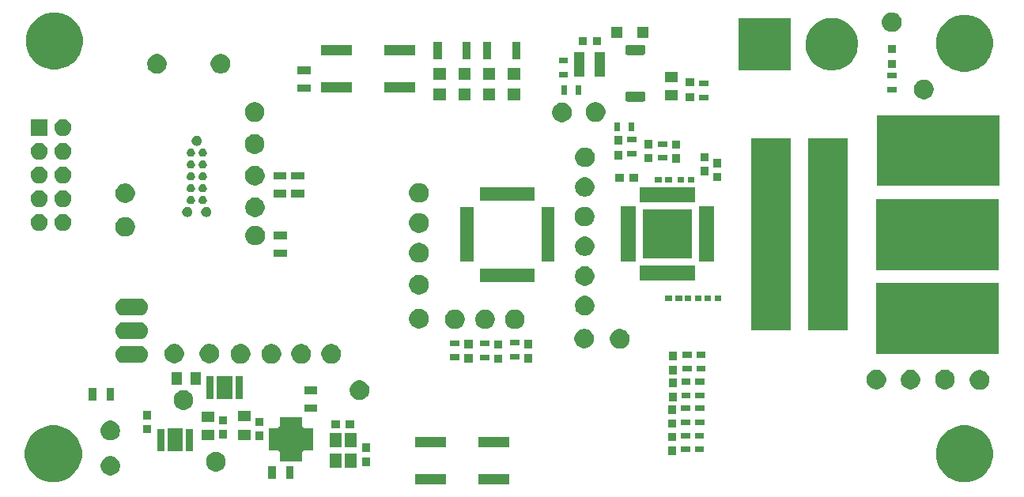
<source format=gts>
G04 #@! TF.GenerationSoftware,KiCad,Pcbnew,(5.1.5)-3*
G04 #@! TF.CreationDate,2020-02-07T19:54:23-03:30*
G04 #@! TF.ProjectId,MCU_Powertrain,4d43555f-506f-4776-9572-747261696e2e,rev?*
G04 #@! TF.SameCoordinates,Original*
G04 #@! TF.FileFunction,Soldermask,Top*
G04 #@! TF.FilePolarity,Negative*
%FSLAX46Y46*%
G04 Gerber Fmt 4.6, Leading zero omitted, Abs format (unit mm)*
G04 Created by KiCad (PCBNEW (5.1.5)-3) date 2020-02-07 19:54:23*
%MOMM*%
%LPD*%
G04 APERTURE LIST*
%ADD10C,0.100000*%
G04 APERTURE END LIST*
D10*
G36*
X94400000Y-112700000D02*
G01*
X90300000Y-112700000D01*
X90300000Y-92200000D01*
X94400000Y-92200000D01*
X94400000Y-112700000D01*
G37*
X94400000Y-112700000D02*
X90300000Y-112700000D01*
X90300000Y-92200000D01*
X94400000Y-92200000D01*
X94400000Y-112700000D01*
G36*
X88300000Y-112700000D02*
G01*
X84200000Y-112700000D01*
X84200000Y-92200000D01*
X88300000Y-92200000D01*
X88300000Y-112700000D01*
G37*
X88300000Y-112700000D02*
X84200000Y-112700000D01*
X84200000Y-92200000D01*
X88300000Y-92200000D01*
X88300000Y-112700000D01*
G36*
X58301000Y-129301000D02*
G01*
X54999000Y-129301000D01*
X54999000Y-128199000D01*
X58301000Y-128199000D01*
X58301000Y-129301000D01*
G37*
G36*
X51501000Y-129301000D02*
G01*
X48199000Y-129301000D01*
X48199000Y-128199000D01*
X51501000Y-128199000D01*
X51501000Y-129301000D01*
G37*
G36*
X10339943Y-123066248D02*
G01*
X10895189Y-123296238D01*
X11086398Y-123424000D01*
X11394899Y-123630134D01*
X11819866Y-124055101D01*
X11932721Y-124224000D01*
X12153762Y-124554811D01*
X12383752Y-125110057D01*
X12501000Y-125699501D01*
X12501000Y-126300499D01*
X12383752Y-126889943D01*
X12153762Y-127445189D01*
X12120497Y-127494973D01*
X11819866Y-127944899D01*
X11394899Y-128369866D01*
X11254573Y-128463629D01*
X10895189Y-128703762D01*
X10339943Y-128933752D01*
X9750499Y-129051000D01*
X9149501Y-129051000D01*
X8560057Y-128933752D01*
X8004811Y-128703762D01*
X7645427Y-128463629D01*
X7505101Y-128369866D01*
X7080134Y-127944899D01*
X6779503Y-127494973D01*
X6746238Y-127445189D01*
X6516248Y-126889943D01*
X6399000Y-126300499D01*
X6399000Y-125699501D01*
X6516248Y-125110057D01*
X6746238Y-124554811D01*
X6967279Y-124224000D01*
X7080134Y-124055101D01*
X7505101Y-123630134D01*
X7813602Y-123424000D01*
X8004811Y-123296238D01*
X8560057Y-123066248D01*
X9149501Y-122949000D01*
X9750499Y-122949000D01*
X10339943Y-123066248D01*
G37*
G36*
X107889943Y-123066248D02*
G01*
X108445189Y-123296238D01*
X108636398Y-123424000D01*
X108944899Y-123630134D01*
X109369866Y-124055101D01*
X109482721Y-124224000D01*
X109703762Y-124554811D01*
X109933752Y-125110057D01*
X110051000Y-125699501D01*
X110051000Y-126300499D01*
X109933752Y-126889943D01*
X109703762Y-127445189D01*
X109670497Y-127494973D01*
X109369866Y-127944899D01*
X108944899Y-128369866D01*
X108804573Y-128463629D01*
X108445189Y-128703762D01*
X107889943Y-128933752D01*
X107300499Y-129051000D01*
X106699501Y-129051000D01*
X106110057Y-128933752D01*
X105554811Y-128703762D01*
X105195427Y-128463629D01*
X105055101Y-128369866D01*
X104630134Y-127944899D01*
X104329503Y-127494973D01*
X104296238Y-127445189D01*
X104066248Y-126889943D01*
X103949000Y-126300499D01*
X103949000Y-125699501D01*
X104066248Y-125110057D01*
X104296238Y-124554811D01*
X104517279Y-124224000D01*
X104630134Y-124055101D01*
X105055101Y-123630134D01*
X105363602Y-123424000D01*
X105554811Y-123296238D01*
X106110057Y-123066248D01*
X106699501Y-122949000D01*
X107300499Y-122949000D01*
X107889943Y-123066248D01*
G37*
G36*
X35176000Y-128701000D02*
G01*
X34374000Y-128701000D01*
X34374000Y-127299000D01*
X35176000Y-127299000D01*
X35176000Y-128701000D01*
G37*
G36*
X33276000Y-128701000D02*
G01*
X32474000Y-128701000D01*
X32474000Y-127299000D01*
X33276000Y-127299000D01*
X33276000Y-128701000D01*
G37*
G36*
X15856564Y-126264389D02*
G01*
X16047833Y-126343615D01*
X16047835Y-126343616D01*
X16057859Y-126350314D01*
X16219973Y-126458635D01*
X16366365Y-126605027D01*
X16481385Y-126777167D01*
X16560611Y-126968436D01*
X16601000Y-127171484D01*
X16601000Y-127378516D01*
X16560611Y-127581564D01*
X16502216Y-127722542D01*
X16481384Y-127772835D01*
X16366365Y-127944973D01*
X16219973Y-128091365D01*
X16047835Y-128206384D01*
X16047834Y-128206385D01*
X16047833Y-128206385D01*
X15856564Y-128285611D01*
X15653516Y-128326000D01*
X15446484Y-128326000D01*
X15243436Y-128285611D01*
X15052167Y-128206385D01*
X15052166Y-128206385D01*
X15052165Y-128206384D01*
X14880027Y-128091365D01*
X14733635Y-127944973D01*
X14618616Y-127772835D01*
X14597784Y-127722542D01*
X14539389Y-127581564D01*
X14499000Y-127378516D01*
X14499000Y-127171484D01*
X14539389Y-126968436D01*
X14618615Y-126777167D01*
X14733635Y-126605027D01*
X14880027Y-126458635D01*
X15042141Y-126350314D01*
X15052165Y-126343616D01*
X15052167Y-126343615D01*
X15243436Y-126264389D01*
X15446484Y-126224000D01*
X15653516Y-126224000D01*
X15856564Y-126264389D01*
G37*
G36*
X27156564Y-125814389D02*
G01*
X27287074Y-125868448D01*
X27347835Y-125893616D01*
X27468138Y-125974000D01*
X27519973Y-126008635D01*
X27666365Y-126155027D01*
X27781385Y-126327167D01*
X27860611Y-126518436D01*
X27901000Y-126721484D01*
X27901000Y-126928516D01*
X27860611Y-127131564D01*
X27789395Y-127303494D01*
X27781384Y-127322835D01*
X27666365Y-127494973D01*
X27519973Y-127641365D01*
X27347835Y-127756384D01*
X27347834Y-127756385D01*
X27347833Y-127756385D01*
X27156564Y-127835611D01*
X26953516Y-127876000D01*
X26746484Y-127876000D01*
X26543436Y-127835611D01*
X26352167Y-127756385D01*
X26352166Y-127756385D01*
X26352165Y-127756384D01*
X26180027Y-127641365D01*
X26033635Y-127494973D01*
X25918616Y-127322835D01*
X25910605Y-127303494D01*
X25839389Y-127131564D01*
X25799000Y-126928516D01*
X25799000Y-126721484D01*
X25839389Y-126518436D01*
X25918615Y-126327167D01*
X26033635Y-126155027D01*
X26180027Y-126008635D01*
X26231862Y-125974000D01*
X26352165Y-125893616D01*
X26412926Y-125868448D01*
X26543436Y-125814389D01*
X26746484Y-125774000D01*
X26953516Y-125774000D01*
X27156564Y-125814389D01*
G37*
G36*
X41901000Y-127476000D02*
G01*
X40649000Y-127476000D01*
X40649000Y-125974000D01*
X41901000Y-125974000D01*
X41901000Y-127476000D01*
G37*
G36*
X40301000Y-127476000D02*
G01*
X39049000Y-127476000D01*
X39049000Y-125974000D01*
X40301000Y-125974000D01*
X40301000Y-127476000D01*
G37*
G36*
X43326000Y-127301000D02*
G01*
X42474000Y-127301000D01*
X42474000Y-126399000D01*
X43326000Y-126399000D01*
X43326000Y-127301000D01*
G37*
G36*
X36076000Y-122999001D02*
G01*
X36078402Y-123023387D01*
X36085515Y-123046836D01*
X36097066Y-123068447D01*
X36112611Y-123087389D01*
X36131553Y-123102934D01*
X36153164Y-123114485D01*
X36176613Y-123121598D01*
X36178242Y-123121758D01*
X36178402Y-123123387D01*
X36185515Y-123146836D01*
X36197066Y-123168447D01*
X36212611Y-123187389D01*
X36231553Y-123202934D01*
X36253164Y-123214485D01*
X36276613Y-123221598D01*
X36300999Y-123224000D01*
X37256000Y-123224000D01*
X37256000Y-125626000D01*
X36300999Y-125626000D01*
X36276613Y-125628402D01*
X36253164Y-125635515D01*
X36231553Y-125647066D01*
X36212611Y-125662611D01*
X36197066Y-125681553D01*
X36185515Y-125703164D01*
X36178402Y-125726613D01*
X36178242Y-125728242D01*
X36176613Y-125728402D01*
X36153164Y-125735515D01*
X36131553Y-125747066D01*
X36112611Y-125762611D01*
X36097066Y-125781553D01*
X36085515Y-125803164D01*
X36078402Y-125826613D01*
X36076000Y-125850999D01*
X36076000Y-126806000D01*
X33674000Y-126806000D01*
X33674000Y-125850999D01*
X33671598Y-125826613D01*
X33664485Y-125803164D01*
X33652934Y-125781553D01*
X33637389Y-125762611D01*
X33618447Y-125747066D01*
X33596836Y-125735515D01*
X33573387Y-125728402D01*
X33571758Y-125728242D01*
X33571598Y-125726613D01*
X33564485Y-125703164D01*
X33552934Y-125681553D01*
X33537389Y-125662611D01*
X33518447Y-125647066D01*
X33496836Y-125635515D01*
X33473387Y-125628402D01*
X33449001Y-125626000D01*
X32494000Y-125626000D01*
X32494000Y-123224000D01*
X33449001Y-123224000D01*
X33473387Y-123221598D01*
X33496836Y-123214485D01*
X33518447Y-123202934D01*
X33537389Y-123187389D01*
X33552934Y-123168447D01*
X33564485Y-123146836D01*
X33571598Y-123123387D01*
X33571758Y-123121758D01*
X33573387Y-123121598D01*
X33596836Y-123114485D01*
X33618447Y-123102934D01*
X33637389Y-123087389D01*
X33652934Y-123068447D01*
X33664485Y-123046836D01*
X33671598Y-123023387D01*
X33674000Y-122999001D01*
X33674000Y-122044000D01*
X36076000Y-122044000D01*
X36076000Y-122999001D01*
G37*
G36*
X76131000Y-126131000D02*
G01*
X75279000Y-126131000D01*
X75279000Y-125229000D01*
X76131000Y-125229000D01*
X76131000Y-126131000D01*
G37*
G36*
X79131000Y-125831000D02*
G01*
X78129000Y-125831000D01*
X78129000Y-125229000D01*
X79131000Y-125229000D01*
X79131000Y-125831000D01*
G37*
G36*
X77631000Y-125831000D02*
G01*
X76629000Y-125831000D01*
X76629000Y-125229000D01*
X77631000Y-125229000D01*
X77631000Y-125831000D01*
G37*
G36*
X43326000Y-125801000D02*
G01*
X42474000Y-125801000D01*
X42474000Y-124899000D01*
X43326000Y-124899000D01*
X43326000Y-125801000D01*
G37*
G36*
X23326000Y-125751000D02*
G01*
X21674000Y-125751000D01*
X21674000Y-123249000D01*
X23326000Y-123249000D01*
X23326000Y-125751000D01*
G37*
G36*
X24426000Y-125701000D02*
G01*
X23674000Y-125701000D01*
X23674000Y-123299000D01*
X24426000Y-123299000D01*
X24426000Y-125701000D01*
G37*
G36*
X21326000Y-125701000D02*
G01*
X20574000Y-125701000D01*
X20574000Y-123299000D01*
X21326000Y-123299000D01*
X21326000Y-125701000D01*
G37*
G36*
X51501000Y-125301000D02*
G01*
X48199000Y-125301000D01*
X48199000Y-124199000D01*
X51501000Y-124199000D01*
X51501000Y-125301000D01*
G37*
G36*
X58301000Y-125301000D02*
G01*
X54999000Y-125301000D01*
X54999000Y-124199000D01*
X58301000Y-124199000D01*
X58301000Y-125301000D01*
G37*
G36*
X41901000Y-125276000D02*
G01*
X40649000Y-125276000D01*
X40649000Y-123774000D01*
X41901000Y-123774000D01*
X41901000Y-125276000D01*
G37*
G36*
X40301000Y-125276000D02*
G01*
X39049000Y-125276000D01*
X39049000Y-123774000D01*
X40301000Y-123774000D01*
X40301000Y-125276000D01*
G37*
G36*
X76131000Y-124631000D02*
G01*
X75279000Y-124631000D01*
X75279000Y-123729000D01*
X76131000Y-123729000D01*
X76131000Y-124631000D01*
G37*
G36*
X26676000Y-124551000D02*
G01*
X25324000Y-124551000D01*
X25324000Y-123449000D01*
X26676000Y-123449000D01*
X26676000Y-124551000D01*
G37*
G36*
X15856564Y-122489389D02*
G01*
X16047833Y-122568615D01*
X16047835Y-122568616D01*
X16219973Y-122683635D01*
X16366365Y-122830027D01*
X16481385Y-123002167D01*
X16560611Y-123193436D01*
X16601000Y-123396484D01*
X16601000Y-123603516D01*
X16560611Y-123806564D01*
X16490701Y-123975342D01*
X16481384Y-123997835D01*
X16366365Y-124169973D01*
X16219973Y-124316365D01*
X16047835Y-124431384D01*
X16047834Y-124431385D01*
X16047833Y-124431385D01*
X15856564Y-124510611D01*
X15653516Y-124551000D01*
X15446484Y-124551000D01*
X15243436Y-124510611D01*
X15052167Y-124431385D01*
X15052166Y-124431385D01*
X15052165Y-124431384D01*
X14880027Y-124316365D01*
X14733635Y-124169973D01*
X14618616Y-123997835D01*
X14609299Y-123975342D01*
X14539389Y-123806564D01*
X14499000Y-123603516D01*
X14499000Y-123396484D01*
X14539389Y-123193436D01*
X14618615Y-123002167D01*
X14733635Y-122830027D01*
X14880027Y-122683635D01*
X15052165Y-122568616D01*
X15052167Y-122568615D01*
X15243436Y-122489389D01*
X15446484Y-122449000D01*
X15653516Y-122449000D01*
X15856564Y-122489389D01*
G37*
G36*
X31951000Y-124526000D02*
G01*
X31099000Y-124526000D01*
X31099000Y-123624000D01*
X31951000Y-123624000D01*
X31951000Y-124526000D01*
G37*
G36*
X30601000Y-124526000D02*
G01*
X29249000Y-124526000D01*
X29249000Y-123424000D01*
X30601000Y-123424000D01*
X30601000Y-124526000D01*
G37*
G36*
X28026000Y-124351000D02*
G01*
X27174000Y-124351000D01*
X27174000Y-123449000D01*
X28026000Y-123449000D01*
X28026000Y-124351000D01*
G37*
G36*
X79131000Y-124331000D02*
G01*
X78129000Y-124331000D01*
X78129000Y-123729000D01*
X79131000Y-123729000D01*
X79131000Y-124331000D01*
G37*
G36*
X77631000Y-124331000D02*
G01*
X76629000Y-124331000D01*
X76629000Y-123729000D01*
X77631000Y-123729000D01*
X77631000Y-124331000D01*
G37*
G36*
X19926000Y-123801000D02*
G01*
X19074000Y-123801000D01*
X19074000Y-122899000D01*
X19926000Y-122899000D01*
X19926000Y-123801000D01*
G37*
G36*
X41626000Y-123251000D02*
G01*
X40724000Y-123251000D01*
X40724000Y-122399000D01*
X41626000Y-122399000D01*
X41626000Y-123251000D01*
G37*
G36*
X40126000Y-123251000D02*
G01*
X39224000Y-123251000D01*
X39224000Y-122399000D01*
X40126000Y-122399000D01*
X40126000Y-123251000D01*
G37*
G36*
X76151000Y-123206000D02*
G01*
X75299000Y-123206000D01*
X75299000Y-122304000D01*
X76151000Y-122304000D01*
X76151000Y-123206000D01*
G37*
G36*
X31951000Y-123026000D02*
G01*
X31099000Y-123026000D01*
X31099000Y-122124000D01*
X31951000Y-122124000D01*
X31951000Y-123026000D01*
G37*
G36*
X79151000Y-122931000D02*
G01*
X78149000Y-122931000D01*
X78149000Y-122329000D01*
X79151000Y-122329000D01*
X79151000Y-122931000D01*
G37*
G36*
X77651000Y-122931000D02*
G01*
X76649000Y-122931000D01*
X76649000Y-122329000D01*
X77651000Y-122329000D01*
X77651000Y-122931000D01*
G37*
G36*
X28026000Y-122851000D02*
G01*
X27174000Y-122851000D01*
X27174000Y-121949000D01*
X28026000Y-121949000D01*
X28026000Y-122851000D01*
G37*
G36*
X26676000Y-122551000D02*
G01*
X25324000Y-122551000D01*
X25324000Y-121449000D01*
X26676000Y-121449000D01*
X26676000Y-122551000D01*
G37*
G36*
X30601000Y-122526000D02*
G01*
X29249000Y-122526000D01*
X29249000Y-121424000D01*
X30601000Y-121424000D01*
X30601000Y-122526000D01*
G37*
G36*
X19926000Y-122301000D02*
G01*
X19074000Y-122301000D01*
X19074000Y-121399000D01*
X19926000Y-121399000D01*
X19926000Y-122301000D01*
G37*
G36*
X76151000Y-121706000D02*
G01*
X75299000Y-121706000D01*
X75299000Y-120804000D01*
X76151000Y-120804000D01*
X76151000Y-121706000D01*
G37*
G36*
X37726000Y-121476000D02*
G01*
X36324000Y-121476000D01*
X36324000Y-120674000D01*
X37726000Y-120674000D01*
X37726000Y-121476000D01*
G37*
G36*
X77651000Y-121431000D02*
G01*
X76649000Y-121431000D01*
X76649000Y-120829000D01*
X77651000Y-120829000D01*
X77651000Y-121431000D01*
G37*
G36*
X79151000Y-121431000D02*
G01*
X78149000Y-121431000D01*
X78149000Y-120829000D01*
X79151000Y-120829000D01*
X79151000Y-121431000D01*
G37*
G36*
X23681564Y-119214389D02*
G01*
X23872833Y-119293615D01*
X23872835Y-119293616D01*
X24044973Y-119408635D01*
X24191365Y-119555027D01*
X24306385Y-119727167D01*
X24385611Y-119918436D01*
X24426000Y-120121484D01*
X24426000Y-120328516D01*
X24385611Y-120531564D01*
X24326612Y-120674000D01*
X24306384Y-120722835D01*
X24191365Y-120894973D01*
X24044973Y-121041365D01*
X23872835Y-121156384D01*
X23872834Y-121156385D01*
X23872833Y-121156385D01*
X23681564Y-121235611D01*
X23478516Y-121276000D01*
X23271484Y-121276000D01*
X23068436Y-121235611D01*
X22877167Y-121156385D01*
X22877166Y-121156385D01*
X22877165Y-121156384D01*
X22705027Y-121041365D01*
X22558635Y-120894973D01*
X22443616Y-120722835D01*
X22423388Y-120674000D01*
X22364389Y-120531564D01*
X22324000Y-120328516D01*
X22324000Y-120121484D01*
X22364389Y-119918436D01*
X22443615Y-119727167D01*
X22558635Y-119555027D01*
X22705027Y-119408635D01*
X22877165Y-119293616D01*
X22877167Y-119293615D01*
X23068436Y-119214389D01*
X23271484Y-119174000D01*
X23478516Y-119174000D01*
X23681564Y-119214389D01*
G37*
G36*
X76181000Y-120361000D02*
G01*
X75329000Y-120361000D01*
X75329000Y-119459000D01*
X76181000Y-119459000D01*
X76181000Y-120361000D01*
G37*
G36*
X15951000Y-120301000D02*
G01*
X15149000Y-120301000D01*
X15149000Y-118899000D01*
X15951000Y-118899000D01*
X15951000Y-120301000D01*
G37*
G36*
X14051000Y-120301000D02*
G01*
X13249000Y-120301000D01*
X13249000Y-118899000D01*
X14051000Y-118899000D01*
X14051000Y-120301000D01*
G37*
G36*
X42531564Y-118164389D02*
G01*
X42722833Y-118243615D01*
X42722835Y-118243616D01*
X42861941Y-118336564D01*
X42894973Y-118358635D01*
X43041365Y-118505027D01*
X43156385Y-118677167D01*
X43235611Y-118868436D01*
X43276000Y-119071484D01*
X43276000Y-119278516D01*
X43235611Y-119481564D01*
X43196494Y-119576000D01*
X43156384Y-119672835D01*
X43041365Y-119844973D01*
X42894973Y-119991365D01*
X42722835Y-120106384D01*
X42722834Y-120106385D01*
X42722833Y-120106385D01*
X42531564Y-120185611D01*
X42328516Y-120226000D01*
X42121484Y-120226000D01*
X41918436Y-120185611D01*
X41727167Y-120106385D01*
X41727166Y-120106385D01*
X41727165Y-120106384D01*
X41555027Y-119991365D01*
X41408635Y-119844973D01*
X41293616Y-119672835D01*
X41253506Y-119576000D01*
X41214389Y-119481564D01*
X41174000Y-119278516D01*
X41174000Y-119071484D01*
X41214389Y-118868436D01*
X41293615Y-118677167D01*
X41408635Y-118505027D01*
X41555027Y-118358635D01*
X41588059Y-118336564D01*
X41727165Y-118243616D01*
X41727167Y-118243615D01*
X41918436Y-118164389D01*
X42121484Y-118124000D01*
X42328516Y-118124000D01*
X42531564Y-118164389D01*
G37*
G36*
X28626000Y-120151000D02*
G01*
X26974000Y-120151000D01*
X26974000Y-117649000D01*
X28626000Y-117649000D01*
X28626000Y-120151000D01*
G37*
G36*
X26626000Y-120101000D02*
G01*
X25874000Y-120101000D01*
X25874000Y-117699000D01*
X26626000Y-117699000D01*
X26626000Y-120101000D01*
G37*
G36*
X29726000Y-120101000D02*
G01*
X28974000Y-120101000D01*
X28974000Y-117699000D01*
X29726000Y-117699000D01*
X29726000Y-120101000D01*
G37*
G36*
X77681000Y-120061000D02*
G01*
X76679000Y-120061000D01*
X76679000Y-119459000D01*
X77681000Y-119459000D01*
X77681000Y-120061000D01*
G37*
G36*
X79156000Y-120061000D02*
G01*
X78154000Y-120061000D01*
X78154000Y-119459000D01*
X79156000Y-119459000D01*
X79156000Y-120061000D01*
G37*
G36*
X37726000Y-119576000D02*
G01*
X36324000Y-119576000D01*
X36324000Y-118774000D01*
X37726000Y-118774000D01*
X37726000Y-119576000D01*
G37*
G36*
X108926564Y-117059389D02*
G01*
X109117833Y-117138615D01*
X109117835Y-117138616D01*
X109289973Y-117253635D01*
X109436365Y-117400027D01*
X109531339Y-117542165D01*
X109551385Y-117572167D01*
X109630611Y-117763436D01*
X109671000Y-117966484D01*
X109671000Y-118173516D01*
X109630611Y-118376564D01*
X109554215Y-118561000D01*
X109551384Y-118567835D01*
X109436365Y-118739973D01*
X109289973Y-118886365D01*
X109117835Y-119001384D01*
X109117834Y-119001385D01*
X109117833Y-119001385D01*
X108926564Y-119080611D01*
X108723516Y-119121000D01*
X108516484Y-119121000D01*
X108313436Y-119080611D01*
X108122167Y-119001385D01*
X108122166Y-119001385D01*
X108122165Y-119001384D01*
X107950027Y-118886365D01*
X107803635Y-118739973D01*
X107688616Y-118567835D01*
X107685785Y-118561000D01*
X107609389Y-118376564D01*
X107569000Y-118173516D01*
X107569000Y-117966484D01*
X107609389Y-117763436D01*
X107688615Y-117572167D01*
X107708662Y-117542165D01*
X107803635Y-117400027D01*
X107950027Y-117253635D01*
X108122165Y-117138616D01*
X108122167Y-117138615D01*
X108313436Y-117059389D01*
X108516484Y-117019000D01*
X108723516Y-117019000D01*
X108926564Y-117059389D01*
G37*
G36*
X97866564Y-117029389D02*
G01*
X98033693Y-117098616D01*
X98057835Y-117108616D01*
X98229973Y-117223635D01*
X98376365Y-117370027D01*
X98484704Y-117532167D01*
X98491385Y-117542167D01*
X98570611Y-117733436D01*
X98611000Y-117936484D01*
X98611000Y-118143516D01*
X98570611Y-118346564D01*
X98495527Y-118527833D01*
X98491384Y-118537835D01*
X98376365Y-118709973D01*
X98229973Y-118856365D01*
X98057835Y-118971384D01*
X98057834Y-118971385D01*
X98057833Y-118971385D01*
X97866564Y-119050611D01*
X97663516Y-119091000D01*
X97456484Y-119091000D01*
X97253436Y-119050611D01*
X97062167Y-118971385D01*
X97062166Y-118971385D01*
X97062165Y-118971384D01*
X96890027Y-118856365D01*
X96743635Y-118709973D01*
X96628616Y-118537835D01*
X96624473Y-118527833D01*
X96549389Y-118346564D01*
X96509000Y-118143516D01*
X96509000Y-117936484D01*
X96549389Y-117733436D01*
X96628615Y-117542167D01*
X96635297Y-117532167D01*
X96743635Y-117370027D01*
X96890027Y-117223635D01*
X97062165Y-117108616D01*
X97086307Y-117098616D01*
X97253436Y-117029389D01*
X97456484Y-116989000D01*
X97663516Y-116989000D01*
X97866564Y-117029389D01*
G37*
G36*
X101536564Y-117029389D02*
G01*
X101703693Y-117098616D01*
X101727835Y-117108616D01*
X101899973Y-117223635D01*
X102046365Y-117370027D01*
X102154704Y-117532167D01*
X102161385Y-117542167D01*
X102240611Y-117733436D01*
X102281000Y-117936484D01*
X102281000Y-118143516D01*
X102240611Y-118346564D01*
X102165527Y-118527833D01*
X102161384Y-118537835D01*
X102046365Y-118709973D01*
X101899973Y-118856365D01*
X101727835Y-118971384D01*
X101727834Y-118971385D01*
X101727833Y-118971385D01*
X101536564Y-119050611D01*
X101333516Y-119091000D01*
X101126484Y-119091000D01*
X100923436Y-119050611D01*
X100732167Y-118971385D01*
X100732166Y-118971385D01*
X100732165Y-118971384D01*
X100560027Y-118856365D01*
X100413635Y-118709973D01*
X100298616Y-118537835D01*
X100294473Y-118527833D01*
X100219389Y-118346564D01*
X100179000Y-118143516D01*
X100179000Y-117936484D01*
X100219389Y-117733436D01*
X100298615Y-117542167D01*
X100305297Y-117532167D01*
X100413635Y-117370027D01*
X100560027Y-117223635D01*
X100732165Y-117108616D01*
X100756307Y-117098616D01*
X100923436Y-117029389D01*
X101126484Y-116989000D01*
X101333516Y-116989000D01*
X101536564Y-117029389D01*
G37*
G36*
X105216564Y-117019389D02*
G01*
X105407833Y-117098615D01*
X105407835Y-117098616D01*
X105579973Y-117213635D01*
X105726365Y-117360027D01*
X105807197Y-117481000D01*
X105841385Y-117532167D01*
X105920611Y-117723436D01*
X105961000Y-117926484D01*
X105961000Y-118133516D01*
X105920611Y-118336564D01*
X105841385Y-118527833D01*
X105841384Y-118527835D01*
X105726365Y-118699973D01*
X105579973Y-118846365D01*
X105407835Y-118961384D01*
X105407834Y-118961385D01*
X105407833Y-118961385D01*
X105216564Y-119040611D01*
X105013516Y-119081000D01*
X104806484Y-119081000D01*
X104603436Y-119040611D01*
X104412167Y-118961385D01*
X104412166Y-118961385D01*
X104412165Y-118961384D01*
X104240027Y-118846365D01*
X104093635Y-118699973D01*
X103978616Y-118527835D01*
X103978615Y-118527833D01*
X103899389Y-118336564D01*
X103859000Y-118133516D01*
X103859000Y-117926484D01*
X103899389Y-117723436D01*
X103978615Y-117532167D01*
X104012804Y-117481000D01*
X104093635Y-117360027D01*
X104240027Y-117213635D01*
X104412165Y-117098616D01*
X104412167Y-117098615D01*
X104603436Y-117019389D01*
X104806484Y-116979000D01*
X105013516Y-116979000D01*
X105216564Y-117019389D01*
G37*
G36*
X76181000Y-118861000D02*
G01*
X75329000Y-118861000D01*
X75329000Y-117959000D01*
X76181000Y-117959000D01*
X76181000Y-118861000D01*
G37*
G36*
X25251000Y-118576000D02*
G01*
X24149000Y-118576000D01*
X24149000Y-117224000D01*
X25251000Y-117224000D01*
X25251000Y-118576000D01*
G37*
G36*
X23251000Y-118576000D02*
G01*
X22149000Y-118576000D01*
X22149000Y-117224000D01*
X23251000Y-117224000D01*
X23251000Y-118576000D01*
G37*
G36*
X77681000Y-118561000D02*
G01*
X76679000Y-118561000D01*
X76679000Y-117959000D01*
X77681000Y-117959000D01*
X77681000Y-118561000D01*
G37*
G36*
X79156000Y-118561000D02*
G01*
X78154000Y-118561000D01*
X78154000Y-117959000D01*
X79156000Y-117959000D01*
X79156000Y-118561000D01*
G37*
G36*
X76246000Y-117481000D02*
G01*
X75394000Y-117481000D01*
X75394000Y-116579000D01*
X76246000Y-116579000D01*
X76246000Y-117481000D01*
G37*
G36*
X77791000Y-117181000D02*
G01*
X76789000Y-117181000D01*
X76789000Y-116579000D01*
X77791000Y-116579000D01*
X77791000Y-117181000D01*
G37*
G36*
X79291000Y-117181000D02*
G01*
X78289000Y-117181000D01*
X78289000Y-116579000D01*
X79291000Y-116579000D01*
X79291000Y-117181000D01*
G37*
G36*
X33106564Y-114264389D02*
G01*
X33289040Y-114339973D01*
X33297835Y-114343616D01*
X33469973Y-114458635D01*
X33616365Y-114605027D01*
X33714680Y-114752165D01*
X33731385Y-114777167D01*
X33810611Y-114968436D01*
X33851000Y-115171484D01*
X33851000Y-115378516D01*
X33810611Y-115581564D01*
X33741740Y-115747833D01*
X33731384Y-115772835D01*
X33616365Y-115944973D01*
X33469973Y-116091365D01*
X33297835Y-116206384D01*
X33297834Y-116206385D01*
X33297833Y-116206385D01*
X33106564Y-116285611D01*
X32903516Y-116326000D01*
X32696484Y-116326000D01*
X32493436Y-116285611D01*
X32302167Y-116206385D01*
X32302166Y-116206385D01*
X32302165Y-116206384D01*
X32130027Y-116091365D01*
X31983635Y-115944973D01*
X31868616Y-115772835D01*
X31858260Y-115747833D01*
X31789389Y-115581564D01*
X31749000Y-115378516D01*
X31749000Y-115171484D01*
X31789389Y-114968436D01*
X31868615Y-114777167D01*
X31885321Y-114752165D01*
X31983635Y-114605027D01*
X32130027Y-114458635D01*
X32302165Y-114343616D01*
X32310960Y-114339973D01*
X32493436Y-114264389D01*
X32696484Y-114224000D01*
X32903516Y-114224000D01*
X33106564Y-114264389D01*
G37*
G36*
X29806564Y-114264389D02*
G01*
X29989040Y-114339973D01*
X29997835Y-114343616D01*
X30169973Y-114458635D01*
X30316365Y-114605027D01*
X30414680Y-114752165D01*
X30431385Y-114777167D01*
X30510611Y-114968436D01*
X30551000Y-115171484D01*
X30551000Y-115378516D01*
X30510611Y-115581564D01*
X30441740Y-115747833D01*
X30431384Y-115772835D01*
X30316365Y-115944973D01*
X30169973Y-116091365D01*
X29997835Y-116206384D01*
X29997834Y-116206385D01*
X29997833Y-116206385D01*
X29806564Y-116285611D01*
X29603516Y-116326000D01*
X29396484Y-116326000D01*
X29193436Y-116285611D01*
X29002167Y-116206385D01*
X29002166Y-116206385D01*
X29002165Y-116206384D01*
X28830027Y-116091365D01*
X28683635Y-115944973D01*
X28568616Y-115772835D01*
X28558260Y-115747833D01*
X28489389Y-115581564D01*
X28449000Y-115378516D01*
X28449000Y-115171484D01*
X28489389Y-114968436D01*
X28568615Y-114777167D01*
X28585321Y-114752165D01*
X28683635Y-114605027D01*
X28830027Y-114458635D01*
X29002165Y-114343616D01*
X29010960Y-114339973D01*
X29193436Y-114264389D01*
X29396484Y-114224000D01*
X29603516Y-114224000D01*
X29806564Y-114264389D01*
G37*
G36*
X36281564Y-114264389D02*
G01*
X36464040Y-114339973D01*
X36472835Y-114343616D01*
X36644973Y-114458635D01*
X36791365Y-114605027D01*
X36889680Y-114752165D01*
X36906385Y-114777167D01*
X36985611Y-114968436D01*
X37026000Y-115171484D01*
X37026000Y-115378516D01*
X36985611Y-115581564D01*
X36916740Y-115747833D01*
X36906384Y-115772835D01*
X36791365Y-115944973D01*
X36644973Y-116091365D01*
X36472835Y-116206384D01*
X36472834Y-116206385D01*
X36472833Y-116206385D01*
X36281564Y-116285611D01*
X36078516Y-116326000D01*
X35871484Y-116326000D01*
X35668436Y-116285611D01*
X35477167Y-116206385D01*
X35477166Y-116206385D01*
X35477165Y-116206384D01*
X35305027Y-116091365D01*
X35158635Y-115944973D01*
X35043616Y-115772835D01*
X35033260Y-115747833D01*
X34964389Y-115581564D01*
X34924000Y-115378516D01*
X34924000Y-115171484D01*
X34964389Y-114968436D01*
X35043615Y-114777167D01*
X35060321Y-114752165D01*
X35158635Y-114605027D01*
X35305027Y-114458635D01*
X35477165Y-114343616D01*
X35485960Y-114339973D01*
X35668436Y-114264389D01*
X35871484Y-114224000D01*
X36078516Y-114224000D01*
X36281564Y-114264389D01*
G37*
G36*
X39506564Y-114264389D02*
G01*
X39689040Y-114339973D01*
X39697835Y-114343616D01*
X39869973Y-114458635D01*
X40016365Y-114605027D01*
X40114680Y-114752165D01*
X40131385Y-114777167D01*
X40210611Y-114968436D01*
X40251000Y-115171484D01*
X40251000Y-115378516D01*
X40210611Y-115581564D01*
X40141740Y-115747833D01*
X40131384Y-115772835D01*
X40016365Y-115944973D01*
X39869973Y-116091365D01*
X39697835Y-116206384D01*
X39697834Y-116206385D01*
X39697833Y-116206385D01*
X39506564Y-116285611D01*
X39303516Y-116326000D01*
X39096484Y-116326000D01*
X38893436Y-116285611D01*
X38702167Y-116206385D01*
X38702166Y-116206385D01*
X38702165Y-116206384D01*
X38530027Y-116091365D01*
X38383635Y-115944973D01*
X38268616Y-115772835D01*
X38258260Y-115747833D01*
X38189389Y-115581564D01*
X38149000Y-115378516D01*
X38149000Y-115171484D01*
X38189389Y-114968436D01*
X38268615Y-114777167D01*
X38285321Y-114752165D01*
X38383635Y-114605027D01*
X38530027Y-114458635D01*
X38702165Y-114343616D01*
X38710960Y-114339973D01*
X38893436Y-114264389D01*
X39096484Y-114224000D01*
X39303516Y-114224000D01*
X39506564Y-114264389D01*
G37*
G36*
X26456564Y-114239389D02*
G01*
X26626969Y-114309973D01*
X26647835Y-114318616D01*
X26819973Y-114433635D01*
X26966365Y-114580027D01*
X27073924Y-114741000D01*
X27081385Y-114752167D01*
X27160611Y-114943436D01*
X27201000Y-115146484D01*
X27201000Y-115353516D01*
X27160611Y-115556564D01*
X27150255Y-115581565D01*
X27081384Y-115747835D01*
X26966365Y-115919973D01*
X26819973Y-116066365D01*
X26647835Y-116181384D01*
X26647834Y-116181385D01*
X26647833Y-116181385D01*
X26456564Y-116260611D01*
X26253516Y-116301000D01*
X26046484Y-116301000D01*
X25843436Y-116260611D01*
X25652167Y-116181385D01*
X25652166Y-116181385D01*
X25652165Y-116181384D01*
X25480027Y-116066365D01*
X25333635Y-115919973D01*
X25218616Y-115747835D01*
X25149745Y-115581565D01*
X25139389Y-115556564D01*
X25099000Y-115353516D01*
X25099000Y-115146484D01*
X25139389Y-114943436D01*
X25218615Y-114752167D01*
X25226077Y-114741000D01*
X25333635Y-114580027D01*
X25480027Y-114433635D01*
X25652165Y-114318616D01*
X25673031Y-114309973D01*
X25843436Y-114239389D01*
X26046484Y-114199000D01*
X26253516Y-114199000D01*
X26456564Y-114239389D01*
G37*
G36*
X22706564Y-114239389D02*
G01*
X22876969Y-114309973D01*
X22897835Y-114318616D01*
X23069973Y-114433635D01*
X23216365Y-114580027D01*
X23323924Y-114741000D01*
X23331385Y-114752167D01*
X23410611Y-114943436D01*
X23451000Y-115146484D01*
X23451000Y-115353516D01*
X23410611Y-115556564D01*
X23400255Y-115581565D01*
X23331384Y-115747835D01*
X23216365Y-115919973D01*
X23069973Y-116066365D01*
X22897835Y-116181384D01*
X22897834Y-116181385D01*
X22897833Y-116181385D01*
X22706564Y-116260611D01*
X22503516Y-116301000D01*
X22296484Y-116301000D01*
X22093436Y-116260611D01*
X21902167Y-116181385D01*
X21902166Y-116181385D01*
X21902165Y-116181384D01*
X21730027Y-116066365D01*
X21583635Y-115919973D01*
X21468616Y-115747835D01*
X21399745Y-115581565D01*
X21389389Y-115556564D01*
X21349000Y-115353516D01*
X21349000Y-115146484D01*
X21389389Y-114943436D01*
X21468615Y-114752167D01*
X21476077Y-114741000D01*
X21583635Y-114580027D01*
X21730027Y-114433635D01*
X21902165Y-114318616D01*
X21923031Y-114309973D01*
X22093436Y-114239389D01*
X22296484Y-114199000D01*
X22503516Y-114199000D01*
X22706564Y-114239389D01*
G37*
G36*
X18819649Y-114432573D02*
G01*
X18993211Y-114485222D01*
X19153166Y-114570720D01*
X19293369Y-114685781D01*
X19408430Y-114825984D01*
X19493928Y-114985939D01*
X19546577Y-115159501D01*
X19564355Y-115340000D01*
X19546577Y-115520499D01*
X19493928Y-115694061D01*
X19408430Y-115854016D01*
X19293369Y-115994219D01*
X19153166Y-116109280D01*
X18993211Y-116194778D01*
X18819649Y-116247427D01*
X18684381Y-116260750D01*
X16955619Y-116260750D01*
X16820351Y-116247427D01*
X16646789Y-116194778D01*
X16486834Y-116109280D01*
X16346631Y-115994219D01*
X16231570Y-115854016D01*
X16146072Y-115694061D01*
X16093423Y-115520499D01*
X16075645Y-115340000D01*
X16093423Y-115159501D01*
X16146072Y-114985939D01*
X16231570Y-114825984D01*
X16346631Y-114685781D01*
X16486834Y-114570720D01*
X16646789Y-114485222D01*
X16820351Y-114432573D01*
X16955619Y-114419250D01*
X18684381Y-114419250D01*
X18819649Y-114432573D01*
G37*
G36*
X57506000Y-116241000D02*
G01*
X56654000Y-116241000D01*
X56654000Y-115339000D01*
X57506000Y-115339000D01*
X57506000Y-116241000D01*
G37*
G36*
X54326000Y-116211000D02*
G01*
X53474000Y-116211000D01*
X53474000Y-115309000D01*
X54326000Y-115309000D01*
X54326000Y-116211000D01*
G37*
G36*
X60726000Y-116191000D02*
G01*
X59874000Y-116191000D01*
X59874000Y-115289000D01*
X60726000Y-115289000D01*
X60726000Y-116191000D01*
G37*
G36*
X76246000Y-115981000D02*
G01*
X75394000Y-115981000D01*
X75394000Y-115079000D01*
X76246000Y-115079000D01*
X76246000Y-115981000D01*
G37*
G36*
X56151000Y-115951000D02*
G01*
X55149000Y-115951000D01*
X55149000Y-115349000D01*
X56151000Y-115349000D01*
X56151000Y-115951000D01*
G37*
G36*
X52951000Y-115931000D02*
G01*
X51949000Y-115931000D01*
X51949000Y-115329000D01*
X52951000Y-115329000D01*
X52951000Y-115931000D01*
G37*
G36*
X59341000Y-115901000D02*
G01*
X58339000Y-115901000D01*
X58339000Y-115299000D01*
X59341000Y-115299000D01*
X59341000Y-115901000D01*
G37*
G36*
X79291000Y-115681000D02*
G01*
X78289000Y-115681000D01*
X78289000Y-115079000D01*
X79291000Y-115079000D01*
X79291000Y-115681000D01*
G37*
G36*
X77791000Y-115681000D02*
G01*
X76789000Y-115681000D01*
X76789000Y-115079000D01*
X77791000Y-115079000D01*
X77791000Y-115681000D01*
G37*
G36*
X110651000Y-115301000D02*
G01*
X97549000Y-115301000D01*
X97549000Y-107699000D01*
X110651000Y-107699000D01*
X110651000Y-115301000D01*
G37*
G36*
X57506000Y-114741000D02*
G01*
X56654000Y-114741000D01*
X56654000Y-113839000D01*
X57506000Y-113839000D01*
X57506000Y-114741000D01*
G37*
G36*
X70396564Y-112659389D02*
G01*
X70587833Y-112738615D01*
X70587835Y-112738616D01*
X70759973Y-112853635D01*
X70906365Y-113000027D01*
X71009289Y-113154063D01*
X71021385Y-113172167D01*
X71100611Y-113363436D01*
X71141000Y-113566484D01*
X71141000Y-113773516D01*
X71100611Y-113976564D01*
X71021385Y-114167833D01*
X71021384Y-114167835D01*
X70906365Y-114339973D01*
X70759973Y-114486365D01*
X70587835Y-114601384D01*
X70587834Y-114601385D01*
X70587833Y-114601385D01*
X70396564Y-114680611D01*
X70193516Y-114721000D01*
X69986484Y-114721000D01*
X69783436Y-114680611D01*
X69592167Y-114601385D01*
X69592166Y-114601385D01*
X69592165Y-114601384D01*
X69420027Y-114486365D01*
X69273635Y-114339973D01*
X69158616Y-114167835D01*
X69158615Y-114167833D01*
X69079389Y-113976564D01*
X69039000Y-113773516D01*
X69039000Y-113566484D01*
X69079389Y-113363436D01*
X69158615Y-113172167D01*
X69170712Y-113154063D01*
X69273635Y-113000027D01*
X69420027Y-112853635D01*
X69592165Y-112738616D01*
X69592167Y-112738615D01*
X69783436Y-112659389D01*
X69986484Y-112619000D01*
X70193516Y-112619000D01*
X70396564Y-112659389D01*
G37*
G36*
X54326000Y-114711000D02*
G01*
X53474000Y-114711000D01*
X53474000Y-113809000D01*
X54326000Y-113809000D01*
X54326000Y-114711000D01*
G37*
G36*
X60726000Y-114691000D02*
G01*
X59874000Y-114691000D01*
X59874000Y-113789000D01*
X60726000Y-113789000D01*
X60726000Y-114691000D01*
G37*
G36*
X66596564Y-112629389D02*
G01*
X66787833Y-112708615D01*
X66787835Y-112708616D01*
X66832733Y-112738616D01*
X66959973Y-112823635D01*
X67106365Y-112970027D01*
X67221385Y-113142167D01*
X67300611Y-113333436D01*
X67341000Y-113536484D01*
X67341000Y-113743516D01*
X67300611Y-113946564D01*
X67288184Y-113976565D01*
X67221384Y-114137835D01*
X67106365Y-114309973D01*
X66959973Y-114456365D01*
X66787835Y-114571384D01*
X66787834Y-114571385D01*
X66787833Y-114571385D01*
X66596564Y-114650611D01*
X66393516Y-114691000D01*
X66186484Y-114691000D01*
X65983436Y-114650611D01*
X65792167Y-114571385D01*
X65792166Y-114571385D01*
X65792165Y-114571384D01*
X65620027Y-114456365D01*
X65473635Y-114309973D01*
X65358616Y-114137835D01*
X65291816Y-113976565D01*
X65279389Y-113946564D01*
X65239000Y-113743516D01*
X65239000Y-113536484D01*
X65279389Y-113333436D01*
X65358615Y-113142167D01*
X65473635Y-112970027D01*
X65620027Y-112823635D01*
X65747267Y-112738616D01*
X65792165Y-112708616D01*
X65792167Y-112708615D01*
X65983436Y-112629389D01*
X66186484Y-112589000D01*
X66393516Y-112589000D01*
X66596564Y-112629389D01*
G37*
G36*
X56151000Y-114451000D02*
G01*
X55149000Y-114451000D01*
X55149000Y-113849000D01*
X56151000Y-113849000D01*
X56151000Y-114451000D01*
G37*
G36*
X52951000Y-114431000D02*
G01*
X51949000Y-114431000D01*
X51949000Y-113829000D01*
X52951000Y-113829000D01*
X52951000Y-114431000D01*
G37*
G36*
X59341000Y-114401000D02*
G01*
X58339000Y-114401000D01*
X58339000Y-113799000D01*
X59341000Y-113799000D01*
X59341000Y-114401000D01*
G37*
G36*
X18819649Y-111892573D02*
G01*
X18993211Y-111945222D01*
X19153166Y-112030720D01*
X19293369Y-112145781D01*
X19408430Y-112285984D01*
X19493928Y-112445939D01*
X19546577Y-112619501D01*
X19564355Y-112800000D01*
X19546577Y-112980499D01*
X19493928Y-113154061D01*
X19408430Y-113314016D01*
X19293369Y-113454219D01*
X19153166Y-113569280D01*
X18993211Y-113654778D01*
X18819649Y-113707427D01*
X18684381Y-113720750D01*
X16955619Y-113720750D01*
X16820351Y-113707427D01*
X16646789Y-113654778D01*
X16486834Y-113569280D01*
X16346631Y-113454219D01*
X16231570Y-113314016D01*
X16146072Y-113154061D01*
X16093423Y-112980499D01*
X16075645Y-112800000D01*
X16093423Y-112619501D01*
X16146072Y-112445939D01*
X16231570Y-112285984D01*
X16346631Y-112145781D01*
X16486834Y-112030720D01*
X16646789Y-111945222D01*
X16820351Y-111892573D01*
X16955619Y-111879250D01*
X18684381Y-111879250D01*
X18819649Y-111892573D01*
G37*
G36*
X94401000Y-112701000D02*
G01*
X90299000Y-112701000D01*
X90299000Y-110099000D01*
X94401000Y-110099000D01*
X94401000Y-112701000D01*
G37*
G36*
X88301000Y-112701000D02*
G01*
X84199000Y-112701000D01*
X84199000Y-110099000D01*
X88301000Y-110099000D01*
X88301000Y-112701000D01*
G37*
G36*
X52756564Y-110564389D02*
G01*
X52947833Y-110643615D01*
X52947835Y-110643616D01*
X53119973Y-110758635D01*
X53266365Y-110905027D01*
X53331271Y-111002165D01*
X53381385Y-111077167D01*
X53460611Y-111268436D01*
X53501000Y-111471484D01*
X53501000Y-111678516D01*
X53460611Y-111881564D01*
X53381385Y-112072833D01*
X53381384Y-112072835D01*
X53266365Y-112244973D01*
X53119973Y-112391365D01*
X52947835Y-112506384D01*
X52947834Y-112506385D01*
X52947833Y-112506385D01*
X52756564Y-112585611D01*
X52553516Y-112626000D01*
X52346484Y-112626000D01*
X52143436Y-112585611D01*
X51952167Y-112506385D01*
X51952166Y-112506385D01*
X51952165Y-112506384D01*
X51780027Y-112391365D01*
X51633635Y-112244973D01*
X51518616Y-112072835D01*
X51518615Y-112072833D01*
X51439389Y-111881564D01*
X51399000Y-111678516D01*
X51399000Y-111471484D01*
X51439389Y-111268436D01*
X51518615Y-111077167D01*
X51568730Y-111002165D01*
X51633635Y-110905027D01*
X51780027Y-110758635D01*
X51952165Y-110643616D01*
X51952167Y-110643615D01*
X52143436Y-110564389D01*
X52346484Y-110524000D01*
X52553516Y-110524000D01*
X52756564Y-110564389D01*
G37*
G36*
X55981564Y-110564389D02*
G01*
X56172833Y-110643615D01*
X56172835Y-110643616D01*
X56344973Y-110758635D01*
X56491365Y-110905027D01*
X56556271Y-111002165D01*
X56606385Y-111077167D01*
X56685611Y-111268436D01*
X56726000Y-111471484D01*
X56726000Y-111678516D01*
X56685611Y-111881564D01*
X56606385Y-112072833D01*
X56606384Y-112072835D01*
X56491365Y-112244973D01*
X56344973Y-112391365D01*
X56172835Y-112506384D01*
X56172834Y-112506385D01*
X56172833Y-112506385D01*
X55981564Y-112585611D01*
X55778516Y-112626000D01*
X55571484Y-112626000D01*
X55368436Y-112585611D01*
X55177167Y-112506385D01*
X55177166Y-112506385D01*
X55177165Y-112506384D01*
X55005027Y-112391365D01*
X54858635Y-112244973D01*
X54743616Y-112072835D01*
X54743615Y-112072833D01*
X54664389Y-111881564D01*
X54624000Y-111678516D01*
X54624000Y-111471484D01*
X54664389Y-111268436D01*
X54743615Y-111077167D01*
X54793730Y-111002165D01*
X54858635Y-110905027D01*
X55005027Y-110758635D01*
X55177165Y-110643616D01*
X55177167Y-110643615D01*
X55368436Y-110564389D01*
X55571484Y-110524000D01*
X55778516Y-110524000D01*
X55981564Y-110564389D01*
G37*
G36*
X59156564Y-110564389D02*
G01*
X59347833Y-110643615D01*
X59347835Y-110643616D01*
X59519973Y-110758635D01*
X59666365Y-110905027D01*
X59731271Y-111002165D01*
X59781385Y-111077167D01*
X59860611Y-111268436D01*
X59901000Y-111471484D01*
X59901000Y-111678516D01*
X59860611Y-111881564D01*
X59781385Y-112072833D01*
X59781384Y-112072835D01*
X59666365Y-112244973D01*
X59519973Y-112391365D01*
X59347835Y-112506384D01*
X59347834Y-112506385D01*
X59347833Y-112506385D01*
X59156564Y-112585611D01*
X58953516Y-112626000D01*
X58746484Y-112626000D01*
X58543436Y-112585611D01*
X58352167Y-112506385D01*
X58352166Y-112506385D01*
X58352165Y-112506384D01*
X58180027Y-112391365D01*
X58033635Y-112244973D01*
X57918616Y-112072835D01*
X57918615Y-112072833D01*
X57839389Y-111881564D01*
X57799000Y-111678516D01*
X57799000Y-111471484D01*
X57839389Y-111268436D01*
X57918615Y-111077167D01*
X57968730Y-111002165D01*
X58033635Y-110905027D01*
X58180027Y-110758635D01*
X58352165Y-110643616D01*
X58352167Y-110643615D01*
X58543436Y-110564389D01*
X58746484Y-110524000D01*
X58953516Y-110524000D01*
X59156564Y-110564389D01*
G37*
G36*
X48906564Y-110489389D02*
G01*
X49097833Y-110568615D01*
X49097835Y-110568616D01*
X49269973Y-110683635D01*
X49416365Y-110830027D01*
X49472620Y-110914218D01*
X49531385Y-111002167D01*
X49610611Y-111193436D01*
X49651000Y-111396484D01*
X49651000Y-111603516D01*
X49610611Y-111806564D01*
X49574985Y-111892573D01*
X49531384Y-111997835D01*
X49416365Y-112169973D01*
X49269973Y-112316365D01*
X49097835Y-112431384D01*
X49097834Y-112431385D01*
X49097833Y-112431385D01*
X48906564Y-112510611D01*
X48703516Y-112551000D01*
X48496484Y-112551000D01*
X48293436Y-112510611D01*
X48102167Y-112431385D01*
X48102166Y-112431385D01*
X48102165Y-112431384D01*
X47930027Y-112316365D01*
X47783635Y-112169973D01*
X47668616Y-111997835D01*
X47625015Y-111892573D01*
X47589389Y-111806564D01*
X47549000Y-111603516D01*
X47549000Y-111396484D01*
X47589389Y-111193436D01*
X47668615Y-111002167D01*
X47727381Y-110914218D01*
X47783635Y-110830027D01*
X47930027Y-110683635D01*
X48102165Y-110568616D01*
X48102167Y-110568615D01*
X48293436Y-110489389D01*
X48496484Y-110449000D01*
X48703516Y-110449000D01*
X48906564Y-110489389D01*
G37*
G36*
X18819649Y-109352573D02*
G01*
X18993211Y-109405222D01*
X19153166Y-109490720D01*
X19293369Y-109605781D01*
X19408430Y-109745984D01*
X19493928Y-109905939D01*
X19546577Y-110079501D01*
X19564355Y-110260000D01*
X19546577Y-110440499D01*
X19493928Y-110614061D01*
X19408430Y-110774016D01*
X19293369Y-110914219D01*
X19153166Y-111029280D01*
X18993211Y-111114778D01*
X18819649Y-111167427D01*
X18684381Y-111180750D01*
X16955619Y-111180750D01*
X16820351Y-111167427D01*
X16646789Y-111114778D01*
X16486834Y-111029280D01*
X16346631Y-110914219D01*
X16231570Y-110774016D01*
X16146072Y-110614061D01*
X16093423Y-110440499D01*
X16075645Y-110260000D01*
X16093423Y-110079501D01*
X16146072Y-109905939D01*
X16231570Y-109745984D01*
X16346631Y-109605781D01*
X16486834Y-109490720D01*
X16646789Y-109405222D01*
X16820351Y-109352573D01*
X16955619Y-109339250D01*
X18684381Y-109339250D01*
X18819649Y-109352573D01*
G37*
G36*
X66651564Y-109104389D02*
G01*
X66842833Y-109183615D01*
X66842835Y-109183616D01*
X67014973Y-109298635D01*
X67161365Y-109445027D01*
X67276385Y-109617167D01*
X67355611Y-109808436D01*
X67396000Y-110011484D01*
X67396000Y-110218516D01*
X67355611Y-110421564D01*
X67294700Y-110568616D01*
X67276384Y-110612835D01*
X67161365Y-110784973D01*
X67014973Y-110931365D01*
X66842835Y-111046384D01*
X66842834Y-111046385D01*
X66842833Y-111046385D01*
X66651564Y-111125611D01*
X66448516Y-111166000D01*
X66241484Y-111166000D01*
X66038436Y-111125611D01*
X65847167Y-111046385D01*
X65847166Y-111046385D01*
X65847165Y-111046384D01*
X65675027Y-110931365D01*
X65528635Y-110784973D01*
X65413616Y-110612835D01*
X65395300Y-110568616D01*
X65334389Y-110421564D01*
X65294000Y-110218516D01*
X65294000Y-110011484D01*
X65334389Y-109808436D01*
X65413615Y-109617167D01*
X65528635Y-109445027D01*
X65675027Y-109298635D01*
X65847165Y-109183616D01*
X65847167Y-109183615D01*
X66038436Y-109104389D01*
X66241484Y-109064000D01*
X66448516Y-109064000D01*
X66651564Y-109104389D01*
G37*
G36*
X78846000Y-109641000D02*
G01*
X78144000Y-109641000D01*
X78144000Y-109039000D01*
X78846000Y-109039000D01*
X78846000Y-109641000D01*
G37*
G36*
X80946000Y-109641000D02*
G01*
X80244000Y-109641000D01*
X80244000Y-109039000D01*
X80946000Y-109039000D01*
X80946000Y-109641000D01*
G37*
G36*
X75671000Y-109641000D02*
G01*
X74969000Y-109641000D01*
X74969000Y-109039000D01*
X75671000Y-109039000D01*
X75671000Y-109641000D01*
G37*
G36*
X79846000Y-109641000D02*
G01*
X79144000Y-109641000D01*
X79144000Y-109039000D01*
X79846000Y-109039000D01*
X79846000Y-109641000D01*
G37*
G36*
X77746000Y-109641000D02*
G01*
X77044000Y-109641000D01*
X77044000Y-109039000D01*
X77746000Y-109039000D01*
X77746000Y-109641000D01*
G37*
G36*
X76771000Y-109641000D02*
G01*
X76069000Y-109641000D01*
X76069000Y-109039000D01*
X76771000Y-109039000D01*
X76771000Y-109641000D01*
G37*
G36*
X48906564Y-106864389D02*
G01*
X49097833Y-106943615D01*
X49097835Y-106943616D01*
X49247343Y-107043514D01*
X49269973Y-107058635D01*
X49416365Y-107205027D01*
X49531385Y-107377167D01*
X49610611Y-107568436D01*
X49651000Y-107771484D01*
X49651000Y-107978516D01*
X49610611Y-108181564D01*
X49531385Y-108372833D01*
X49531384Y-108372835D01*
X49416365Y-108544973D01*
X49269973Y-108691365D01*
X49097835Y-108806384D01*
X49097834Y-108806385D01*
X49097833Y-108806385D01*
X48906564Y-108885611D01*
X48703516Y-108926000D01*
X48496484Y-108926000D01*
X48293436Y-108885611D01*
X48102167Y-108806385D01*
X48102166Y-108806385D01*
X48102165Y-108806384D01*
X47930027Y-108691365D01*
X47783635Y-108544973D01*
X47668616Y-108372835D01*
X47668615Y-108372833D01*
X47589389Y-108181564D01*
X47549000Y-107978516D01*
X47549000Y-107771484D01*
X47589389Y-107568436D01*
X47668615Y-107377167D01*
X47783635Y-107205027D01*
X47930027Y-107058635D01*
X47952657Y-107043514D01*
X48102165Y-106943616D01*
X48102167Y-106943615D01*
X48293436Y-106864389D01*
X48496484Y-106824000D01*
X48703516Y-106824000D01*
X48906564Y-106864389D01*
G37*
G36*
X66651564Y-105929389D02*
G01*
X66842833Y-106008615D01*
X66842835Y-106008616D01*
X67014973Y-106123635D01*
X67161365Y-106270027D01*
X67182061Y-106301000D01*
X67276385Y-106442167D01*
X67355611Y-106633436D01*
X67396000Y-106836484D01*
X67396000Y-107043516D01*
X67355611Y-107246564D01*
X67276385Y-107437833D01*
X67276384Y-107437835D01*
X67161365Y-107609973D01*
X67014973Y-107756365D01*
X66842835Y-107871384D01*
X66842834Y-107871385D01*
X66842833Y-107871385D01*
X66651564Y-107950611D01*
X66448516Y-107991000D01*
X66241484Y-107991000D01*
X66038436Y-107950611D01*
X65847167Y-107871385D01*
X65847166Y-107871385D01*
X65847165Y-107871384D01*
X65675027Y-107756365D01*
X65528635Y-107609973D01*
X65413616Y-107437835D01*
X65413615Y-107437833D01*
X65334389Y-107246564D01*
X65294000Y-107043516D01*
X65294000Y-106836484D01*
X65334389Y-106633436D01*
X65413615Y-106442167D01*
X65507940Y-106301000D01*
X65528635Y-106270027D01*
X65675027Y-106123635D01*
X65847165Y-106008616D01*
X65847167Y-106008615D01*
X66038436Y-105929389D01*
X66241484Y-105889000D01*
X66448516Y-105889000D01*
X66651564Y-105929389D01*
G37*
G36*
X61001000Y-107551000D02*
G01*
X55149000Y-107551000D01*
X55149000Y-106149000D01*
X61001000Y-106149000D01*
X61001000Y-107551000D01*
G37*
G36*
X78171000Y-107441000D02*
G01*
X72269000Y-107441000D01*
X72269000Y-105839000D01*
X78171000Y-105839000D01*
X78171000Y-107441000D01*
G37*
G36*
X110651000Y-106301000D02*
G01*
X97549000Y-106301000D01*
X97549000Y-98699000D01*
X110651000Y-98699000D01*
X110651000Y-106301000D01*
G37*
G36*
X48906564Y-103439389D02*
G01*
X49097833Y-103518615D01*
X49097835Y-103518616D01*
X49116945Y-103531385D01*
X49269973Y-103633635D01*
X49416365Y-103780027D01*
X49531385Y-103952167D01*
X49610611Y-104143436D01*
X49651000Y-104346484D01*
X49651000Y-104553516D01*
X49610611Y-104756564D01*
X49531385Y-104947833D01*
X49531384Y-104947835D01*
X49416365Y-105119973D01*
X49269973Y-105266365D01*
X49097835Y-105381384D01*
X49097834Y-105381385D01*
X49097833Y-105381385D01*
X48906564Y-105460611D01*
X48703516Y-105501000D01*
X48496484Y-105501000D01*
X48293436Y-105460611D01*
X48102167Y-105381385D01*
X48102166Y-105381385D01*
X48102165Y-105381384D01*
X47930027Y-105266365D01*
X47783635Y-105119973D01*
X47668616Y-104947835D01*
X47668615Y-104947833D01*
X47589389Y-104756564D01*
X47549000Y-104553516D01*
X47549000Y-104346484D01*
X47589389Y-104143436D01*
X47668615Y-103952167D01*
X47783635Y-103780027D01*
X47930027Y-103633635D01*
X48083055Y-103531385D01*
X48102165Y-103518616D01*
X48102167Y-103518615D01*
X48293436Y-103439389D01*
X48496484Y-103399000D01*
X48703516Y-103399000D01*
X48906564Y-103439389D01*
G37*
G36*
X54426000Y-105426000D02*
G01*
X53024000Y-105426000D01*
X53024000Y-99574000D01*
X54426000Y-99574000D01*
X54426000Y-105426000D01*
G37*
G36*
X63126000Y-105426000D02*
G01*
X61724000Y-105426000D01*
X61724000Y-99574000D01*
X63126000Y-99574000D01*
X63126000Y-105426000D01*
G37*
G36*
X71821000Y-105391000D02*
G01*
X70219000Y-105391000D01*
X70219000Y-99489000D01*
X71821000Y-99489000D01*
X71821000Y-105391000D01*
G37*
G36*
X80221000Y-105391000D02*
G01*
X78619000Y-105391000D01*
X78619000Y-99489000D01*
X80221000Y-99489000D01*
X80221000Y-105391000D01*
G37*
G36*
X77856000Y-105076000D02*
G01*
X72584000Y-105076000D01*
X72584000Y-99804000D01*
X77856000Y-99804000D01*
X77856000Y-105076000D01*
G37*
G36*
X34451000Y-104901000D02*
G01*
X33049000Y-104901000D01*
X33049000Y-104099000D01*
X34451000Y-104099000D01*
X34451000Y-104901000D01*
G37*
G36*
X66651564Y-102729389D02*
G01*
X66842833Y-102808615D01*
X66842835Y-102808616D01*
X67014973Y-102923635D01*
X67161365Y-103070027D01*
X67252352Y-103206198D01*
X67276385Y-103242167D01*
X67355611Y-103433436D01*
X67396000Y-103636484D01*
X67396000Y-103843516D01*
X67355611Y-104046564D01*
X67276385Y-104237833D01*
X67276384Y-104237835D01*
X67161365Y-104409973D01*
X67014973Y-104556365D01*
X66842835Y-104671384D01*
X66842834Y-104671385D01*
X66842833Y-104671385D01*
X66651564Y-104750611D01*
X66448516Y-104791000D01*
X66241484Y-104791000D01*
X66038436Y-104750611D01*
X65847167Y-104671385D01*
X65847166Y-104671385D01*
X65847165Y-104671384D01*
X65675027Y-104556365D01*
X65528635Y-104409973D01*
X65413616Y-104237835D01*
X65413615Y-104237833D01*
X65334389Y-104046564D01*
X65294000Y-103843516D01*
X65294000Y-103636484D01*
X65334389Y-103433436D01*
X65413615Y-103242167D01*
X65437649Y-103206198D01*
X65528635Y-103070027D01*
X65675027Y-102923635D01*
X65847165Y-102808616D01*
X65847167Y-102808615D01*
X66038436Y-102729389D01*
X66241484Y-102689000D01*
X66448516Y-102689000D01*
X66651564Y-102729389D01*
G37*
G36*
X88301000Y-103801000D02*
G01*
X84199000Y-103801000D01*
X84199000Y-101199000D01*
X88301000Y-101199000D01*
X88301000Y-103801000D01*
G37*
G36*
X94401000Y-103801000D02*
G01*
X90299000Y-103801000D01*
X90299000Y-101199000D01*
X94401000Y-101199000D01*
X94401000Y-103801000D01*
G37*
G36*
X31356564Y-101589389D02*
G01*
X31547833Y-101668615D01*
X31547835Y-101668616D01*
X31719973Y-101783635D01*
X31866365Y-101930027D01*
X31962565Y-102074000D01*
X31981385Y-102102167D01*
X32060611Y-102293436D01*
X32101000Y-102496484D01*
X32101000Y-102703516D01*
X32060611Y-102906564D01*
X31991257Y-103074000D01*
X31981384Y-103097835D01*
X31866365Y-103269973D01*
X31719973Y-103416365D01*
X31547835Y-103531384D01*
X31547834Y-103531385D01*
X31547833Y-103531385D01*
X31356564Y-103610611D01*
X31153516Y-103651000D01*
X30946484Y-103651000D01*
X30743436Y-103610611D01*
X30552167Y-103531385D01*
X30552166Y-103531385D01*
X30552165Y-103531384D01*
X30380027Y-103416365D01*
X30233635Y-103269973D01*
X30118616Y-103097835D01*
X30108743Y-103074000D01*
X30039389Y-102906564D01*
X29999000Y-102703516D01*
X29999000Y-102496484D01*
X30039389Y-102293436D01*
X30118615Y-102102167D01*
X30137436Y-102074000D01*
X30233635Y-101930027D01*
X30380027Y-101783635D01*
X30552165Y-101668616D01*
X30552167Y-101668615D01*
X30743436Y-101589389D01*
X30946484Y-101549000D01*
X31153516Y-101549000D01*
X31356564Y-101589389D01*
G37*
G36*
X34451000Y-103001000D02*
G01*
X33049000Y-103001000D01*
X33049000Y-102199000D01*
X34451000Y-102199000D01*
X34451000Y-103001000D01*
G37*
G36*
X17451564Y-100654389D02*
G01*
X17632734Y-100729432D01*
X17642835Y-100733616D01*
X17814973Y-100848635D01*
X17961365Y-100995027D01*
X18062567Y-101146486D01*
X18076385Y-101167167D01*
X18155611Y-101358436D01*
X18196000Y-101561484D01*
X18196000Y-101768516D01*
X18155611Y-101971564D01*
X18086257Y-102139000D01*
X18076384Y-102162835D01*
X17961365Y-102334973D01*
X17814973Y-102481365D01*
X17642835Y-102596384D01*
X17642834Y-102596385D01*
X17642833Y-102596385D01*
X17451564Y-102675611D01*
X17248516Y-102716000D01*
X17041484Y-102716000D01*
X16838436Y-102675611D01*
X16647167Y-102596385D01*
X16647166Y-102596385D01*
X16647165Y-102596384D01*
X16475027Y-102481365D01*
X16328635Y-102334973D01*
X16213616Y-102162835D01*
X16203743Y-102139000D01*
X16134389Y-101971564D01*
X16094000Y-101768516D01*
X16094000Y-101561484D01*
X16134389Y-101358436D01*
X16213615Y-101167167D01*
X16227434Y-101146486D01*
X16328635Y-100995027D01*
X16475027Y-100848635D01*
X16647165Y-100733616D01*
X16657266Y-100729432D01*
X16838436Y-100654389D01*
X17041484Y-100614000D01*
X17248516Y-100614000D01*
X17451564Y-100654389D01*
G37*
G36*
X48906564Y-100239389D02*
G01*
X49085786Y-100313625D01*
X49097835Y-100318616D01*
X49269973Y-100433635D01*
X49416365Y-100580027D01*
X49523924Y-100741000D01*
X49531385Y-100752167D01*
X49610611Y-100943436D01*
X49651000Y-101146484D01*
X49651000Y-101353516D01*
X49610611Y-101556564D01*
X49548405Y-101706742D01*
X49531384Y-101747835D01*
X49416365Y-101919973D01*
X49269973Y-102066365D01*
X49097835Y-102181384D01*
X49097834Y-102181385D01*
X49097833Y-102181385D01*
X48906564Y-102260611D01*
X48703516Y-102301000D01*
X48496484Y-102301000D01*
X48293436Y-102260611D01*
X48102167Y-102181385D01*
X48102166Y-102181385D01*
X48102165Y-102181384D01*
X47930027Y-102066365D01*
X47783635Y-101919973D01*
X47668616Y-101747835D01*
X47651595Y-101706742D01*
X47589389Y-101556564D01*
X47549000Y-101353516D01*
X47549000Y-101146484D01*
X47589389Y-100943436D01*
X47668615Y-100752167D01*
X47676077Y-100741000D01*
X47783635Y-100580027D01*
X47930027Y-100433635D01*
X48102165Y-100318616D01*
X48114214Y-100313625D01*
X48293436Y-100239389D01*
X48496484Y-100199000D01*
X48703516Y-100199000D01*
X48906564Y-100239389D01*
G37*
G36*
X10583512Y-100283927D02*
G01*
X10732812Y-100313624D01*
X10896784Y-100381544D01*
X11044354Y-100480147D01*
X11169853Y-100605646D01*
X11268456Y-100753216D01*
X11336376Y-100917188D01*
X11371000Y-101091259D01*
X11371000Y-101268741D01*
X11336376Y-101442812D01*
X11268456Y-101606784D01*
X11169853Y-101754354D01*
X11044354Y-101879853D01*
X10896784Y-101978456D01*
X10732812Y-102046376D01*
X10593933Y-102074000D01*
X10558742Y-102081000D01*
X10381258Y-102081000D01*
X10346067Y-102074000D01*
X10207188Y-102046376D01*
X10043216Y-101978456D01*
X9895646Y-101879853D01*
X9770147Y-101754354D01*
X9671544Y-101606784D01*
X9603624Y-101442812D01*
X9569000Y-101268741D01*
X9569000Y-101091259D01*
X9603624Y-100917188D01*
X9671544Y-100753216D01*
X9770147Y-100605646D01*
X9895646Y-100480147D01*
X10043216Y-100381544D01*
X10207188Y-100313624D01*
X10356488Y-100283927D01*
X10381258Y-100279000D01*
X10558742Y-100279000D01*
X10583512Y-100283927D01*
G37*
G36*
X8043512Y-100283927D02*
G01*
X8192812Y-100313624D01*
X8356784Y-100381544D01*
X8504354Y-100480147D01*
X8629853Y-100605646D01*
X8728456Y-100753216D01*
X8796376Y-100917188D01*
X8831000Y-101091259D01*
X8831000Y-101268741D01*
X8796376Y-101442812D01*
X8728456Y-101606784D01*
X8629853Y-101754354D01*
X8504354Y-101879853D01*
X8356784Y-101978456D01*
X8192812Y-102046376D01*
X8053933Y-102074000D01*
X8018742Y-102081000D01*
X7841258Y-102081000D01*
X7806067Y-102074000D01*
X7667188Y-102046376D01*
X7503216Y-101978456D01*
X7355646Y-101879853D01*
X7230147Y-101754354D01*
X7131544Y-101606784D01*
X7063624Y-101442812D01*
X7029000Y-101268741D01*
X7029000Y-101091259D01*
X7063624Y-100917188D01*
X7131544Y-100753216D01*
X7230147Y-100605646D01*
X7355646Y-100480147D01*
X7503216Y-100381544D01*
X7667188Y-100313624D01*
X7816488Y-100283927D01*
X7841258Y-100279000D01*
X8018742Y-100279000D01*
X8043512Y-100283927D01*
G37*
G36*
X66626564Y-99554389D02*
G01*
X66817833Y-99633615D01*
X66817835Y-99633616D01*
X66989973Y-99748635D01*
X67136365Y-99895027D01*
X67157061Y-99926000D01*
X67251385Y-100067167D01*
X67330611Y-100258436D01*
X67371000Y-100461484D01*
X67371000Y-100668516D01*
X67330611Y-100871564D01*
X67279471Y-100995027D01*
X67251384Y-101062835D01*
X67136365Y-101234973D01*
X66989973Y-101381365D01*
X66817835Y-101496384D01*
X66817834Y-101496385D01*
X66817833Y-101496385D01*
X66626564Y-101575611D01*
X66423516Y-101616000D01*
X66216484Y-101616000D01*
X66013436Y-101575611D01*
X65822167Y-101496385D01*
X65822166Y-101496385D01*
X65822165Y-101496384D01*
X65650027Y-101381365D01*
X65503635Y-101234973D01*
X65388616Y-101062835D01*
X65360529Y-100995027D01*
X65309389Y-100871564D01*
X65269000Y-100668516D01*
X65269000Y-100461484D01*
X65309389Y-100258436D01*
X65388615Y-100067167D01*
X65482940Y-99926000D01*
X65503635Y-99895027D01*
X65650027Y-99748635D01*
X65822165Y-99633616D01*
X65822167Y-99633615D01*
X66013436Y-99554389D01*
X66216484Y-99514000D01*
X66423516Y-99514000D01*
X66626564Y-99554389D01*
G37*
G36*
X31346564Y-98569389D02*
G01*
X31537833Y-98648615D01*
X31537835Y-98648616D01*
X31709973Y-98763635D01*
X31856365Y-98910027D01*
X31967265Y-99076000D01*
X31971385Y-99082167D01*
X32050611Y-99273436D01*
X32091000Y-99476484D01*
X32091000Y-99683516D01*
X32050611Y-99886564D01*
X31971385Y-100077833D01*
X31971384Y-100077835D01*
X31856365Y-100249973D01*
X31709973Y-100396365D01*
X31537835Y-100511384D01*
X31537834Y-100511385D01*
X31537833Y-100511385D01*
X31346564Y-100590611D01*
X31143516Y-100631000D01*
X30936484Y-100631000D01*
X30733436Y-100590611D01*
X30542167Y-100511385D01*
X30542166Y-100511385D01*
X30542165Y-100511384D01*
X30370027Y-100396365D01*
X30223635Y-100249973D01*
X30108616Y-100077835D01*
X30108615Y-100077833D01*
X30029389Y-99886564D01*
X29989000Y-99683516D01*
X29989000Y-99476484D01*
X30029389Y-99273436D01*
X30108615Y-99082167D01*
X30112736Y-99076000D01*
X30223635Y-98910027D01*
X30370027Y-98763635D01*
X30542165Y-98648616D01*
X30542167Y-98648615D01*
X30733436Y-98569389D01*
X30936484Y-98529000D01*
X31143516Y-98529000D01*
X31346564Y-98569389D01*
G37*
G36*
X25922578Y-99524197D02*
G01*
X25975350Y-99534694D01*
X26074770Y-99575875D01*
X26164246Y-99635661D01*
X26240339Y-99711754D01*
X26300125Y-99801230D01*
X26341306Y-99900650D01*
X26362300Y-100006194D01*
X26362300Y-100113806D01*
X26341306Y-100219350D01*
X26300125Y-100318770D01*
X26240339Y-100408246D01*
X26164246Y-100484339D01*
X26074770Y-100544125D01*
X25975350Y-100585306D01*
X25922578Y-100595803D01*
X25869807Y-100606300D01*
X25762193Y-100606300D01*
X25709422Y-100595803D01*
X25656650Y-100585306D01*
X25557230Y-100544125D01*
X25467754Y-100484339D01*
X25391661Y-100408246D01*
X25331875Y-100318770D01*
X25290694Y-100219350D01*
X25269700Y-100113806D01*
X25269700Y-100006194D01*
X25290694Y-99900650D01*
X25331875Y-99801230D01*
X25391661Y-99711754D01*
X25467754Y-99635661D01*
X25557230Y-99575875D01*
X25656650Y-99534694D01*
X25709422Y-99524197D01*
X25762193Y-99513700D01*
X25869807Y-99513700D01*
X25922578Y-99524197D01*
G37*
G36*
X23890578Y-99524197D02*
G01*
X23943350Y-99534694D01*
X24042770Y-99575875D01*
X24132246Y-99635661D01*
X24208339Y-99711754D01*
X24268125Y-99801230D01*
X24309306Y-99900650D01*
X24330300Y-100006194D01*
X24330300Y-100113806D01*
X24309306Y-100219350D01*
X24268125Y-100318770D01*
X24208339Y-100408246D01*
X24132246Y-100484339D01*
X24042770Y-100544125D01*
X23943350Y-100585306D01*
X23890578Y-100595803D01*
X23837807Y-100606300D01*
X23730193Y-100606300D01*
X23677422Y-100595803D01*
X23624650Y-100585306D01*
X23525230Y-100544125D01*
X23435754Y-100484339D01*
X23359661Y-100408246D01*
X23299875Y-100318770D01*
X23258694Y-100219350D01*
X23237700Y-100113806D01*
X23237700Y-100006194D01*
X23258694Y-99900650D01*
X23299875Y-99801230D01*
X23359661Y-99711754D01*
X23435754Y-99635661D01*
X23525230Y-99575875D01*
X23624650Y-99534694D01*
X23677422Y-99524197D01*
X23730193Y-99513700D01*
X23837807Y-99513700D01*
X23890578Y-99524197D01*
G37*
G36*
X8043512Y-97743927D02*
G01*
X8192812Y-97773624D01*
X8356784Y-97841544D01*
X8504354Y-97940147D01*
X8629853Y-98065646D01*
X8728456Y-98213216D01*
X8796376Y-98377188D01*
X8822101Y-98506520D01*
X8831000Y-98551258D01*
X8831000Y-98728742D01*
X8827527Y-98746201D01*
X8796376Y-98902812D01*
X8728456Y-99066784D01*
X8629853Y-99214354D01*
X8504354Y-99339853D01*
X8356784Y-99438456D01*
X8192812Y-99506376D01*
X8050444Y-99534694D01*
X8018742Y-99541000D01*
X7841258Y-99541000D01*
X7809556Y-99534694D01*
X7667188Y-99506376D01*
X7503216Y-99438456D01*
X7355646Y-99339853D01*
X7230147Y-99214354D01*
X7131544Y-99066784D01*
X7063624Y-98902812D01*
X7032473Y-98746201D01*
X7029000Y-98728742D01*
X7029000Y-98551258D01*
X7037899Y-98506520D01*
X7063624Y-98377188D01*
X7131544Y-98213216D01*
X7230147Y-98065646D01*
X7355646Y-97940147D01*
X7503216Y-97841544D01*
X7667188Y-97773624D01*
X7816488Y-97743927D01*
X7841258Y-97739000D01*
X8018742Y-97739000D01*
X8043512Y-97743927D01*
G37*
G36*
X10583512Y-97743927D02*
G01*
X10732812Y-97773624D01*
X10896784Y-97841544D01*
X11044354Y-97940147D01*
X11169853Y-98065646D01*
X11268456Y-98213216D01*
X11336376Y-98377188D01*
X11362101Y-98506520D01*
X11371000Y-98551258D01*
X11371000Y-98728742D01*
X11367527Y-98746201D01*
X11336376Y-98902812D01*
X11268456Y-99066784D01*
X11169853Y-99214354D01*
X11044354Y-99339853D01*
X10896784Y-99438456D01*
X10732812Y-99506376D01*
X10590444Y-99534694D01*
X10558742Y-99541000D01*
X10381258Y-99541000D01*
X10349556Y-99534694D01*
X10207188Y-99506376D01*
X10043216Y-99438456D01*
X9895646Y-99339853D01*
X9770147Y-99214354D01*
X9671544Y-99066784D01*
X9603624Y-98902812D01*
X9572473Y-98746201D01*
X9569000Y-98728742D01*
X9569000Y-98551258D01*
X9577899Y-98506520D01*
X9603624Y-98377188D01*
X9671544Y-98213216D01*
X9770147Y-98065646D01*
X9895646Y-97940147D01*
X10043216Y-97841544D01*
X10207188Y-97773624D01*
X10356488Y-97743927D01*
X10381258Y-97739000D01*
X10558742Y-97739000D01*
X10583512Y-97743927D01*
G37*
G36*
X25564714Y-98362389D02*
G01*
X25645645Y-98395912D01*
X25718480Y-98444579D01*
X25780421Y-98506520D01*
X25829088Y-98579355D01*
X25829089Y-98579357D01*
X25862611Y-98660286D01*
X25876228Y-98728742D01*
X25879700Y-98746201D01*
X25879700Y-98833799D01*
X25862611Y-98919714D01*
X25829088Y-99000645D01*
X25780421Y-99073480D01*
X25718480Y-99135421D01*
X25645645Y-99184088D01*
X25645644Y-99184089D01*
X25645643Y-99184089D01*
X25564714Y-99217611D01*
X25478801Y-99234700D01*
X25391199Y-99234700D01*
X25305286Y-99217611D01*
X25224357Y-99184089D01*
X25224356Y-99184089D01*
X25224355Y-99184088D01*
X25151520Y-99135421D01*
X25089579Y-99073480D01*
X25040912Y-99000645D01*
X25007389Y-98919714D01*
X24990300Y-98833799D01*
X24990300Y-98746201D01*
X24993773Y-98728742D01*
X25007389Y-98660286D01*
X25040911Y-98579357D01*
X25040912Y-98579355D01*
X25089579Y-98506520D01*
X25151520Y-98444579D01*
X25224355Y-98395912D01*
X25305286Y-98362389D01*
X25391199Y-98345300D01*
X25478801Y-98345300D01*
X25564714Y-98362389D01*
G37*
G36*
X24294714Y-98362389D02*
G01*
X24375645Y-98395912D01*
X24448480Y-98444579D01*
X24510421Y-98506520D01*
X24559088Y-98579355D01*
X24559089Y-98579357D01*
X24592611Y-98660286D01*
X24606228Y-98728742D01*
X24609700Y-98746201D01*
X24609700Y-98833799D01*
X24592611Y-98919714D01*
X24559088Y-99000645D01*
X24510421Y-99073480D01*
X24448480Y-99135421D01*
X24375645Y-99184088D01*
X24375644Y-99184089D01*
X24375643Y-99184089D01*
X24294714Y-99217611D01*
X24208801Y-99234700D01*
X24121199Y-99234700D01*
X24035286Y-99217611D01*
X23954357Y-99184089D01*
X23954356Y-99184089D01*
X23954355Y-99184088D01*
X23881520Y-99135421D01*
X23819579Y-99073480D01*
X23770912Y-99000645D01*
X23737389Y-98919714D01*
X23720300Y-98833799D01*
X23720300Y-98746201D01*
X23723773Y-98728742D01*
X23737389Y-98660286D01*
X23770911Y-98579357D01*
X23770912Y-98579355D01*
X23819579Y-98506520D01*
X23881520Y-98444579D01*
X23954355Y-98395912D01*
X24035286Y-98362389D01*
X24121199Y-98345300D01*
X24208801Y-98345300D01*
X24294714Y-98362389D01*
G37*
G36*
X17451564Y-97054389D02*
G01*
X17624236Y-97125912D01*
X17642835Y-97133616D01*
X17743100Y-97200611D01*
X17814973Y-97248635D01*
X17961365Y-97395027D01*
X18076385Y-97567167D01*
X18155611Y-97758436D01*
X18196000Y-97961484D01*
X18196000Y-98168516D01*
X18155611Y-98371564D01*
X18081179Y-98551259D01*
X18076384Y-98562835D01*
X17961365Y-98734973D01*
X17814973Y-98881365D01*
X17642835Y-98996384D01*
X17642834Y-98996385D01*
X17642833Y-98996385D01*
X17451564Y-99075611D01*
X17248516Y-99116000D01*
X17041484Y-99116000D01*
X16838436Y-99075611D01*
X16647167Y-98996385D01*
X16647166Y-98996385D01*
X16647165Y-98996384D01*
X16475027Y-98881365D01*
X16328635Y-98734973D01*
X16213616Y-98562835D01*
X16208821Y-98551259D01*
X16134389Y-98371564D01*
X16094000Y-98168516D01*
X16094000Y-97961484D01*
X16134389Y-97758436D01*
X16213615Y-97567167D01*
X16328635Y-97395027D01*
X16475027Y-97248635D01*
X16546900Y-97200611D01*
X16647165Y-97133616D01*
X16665764Y-97125912D01*
X16838436Y-97054389D01*
X17041484Y-97014000D01*
X17248516Y-97014000D01*
X17451564Y-97054389D01*
G37*
G36*
X48906564Y-97014389D02*
G01*
X49094873Y-97092389D01*
X49097835Y-97093616D01*
X49269973Y-97208635D01*
X49416365Y-97355027D01*
X49497330Y-97476199D01*
X49531385Y-97527167D01*
X49610611Y-97718436D01*
X49651000Y-97921484D01*
X49651000Y-98128516D01*
X49610611Y-98331564D01*
X49538142Y-98506520D01*
X49531384Y-98522835D01*
X49416365Y-98694973D01*
X49269973Y-98841365D01*
X49097835Y-98956384D01*
X49097834Y-98956385D01*
X49097833Y-98956385D01*
X48906564Y-99035611D01*
X48703516Y-99076000D01*
X48496484Y-99076000D01*
X48293436Y-99035611D01*
X48102167Y-98956385D01*
X48102166Y-98956385D01*
X48102165Y-98956384D01*
X47930027Y-98841365D01*
X47783635Y-98694973D01*
X47668616Y-98522835D01*
X47661858Y-98506520D01*
X47589389Y-98331564D01*
X47549000Y-98128516D01*
X47549000Y-97921484D01*
X47589389Y-97718436D01*
X47668615Y-97527167D01*
X47702671Y-97476199D01*
X47783635Y-97355027D01*
X47930027Y-97208635D01*
X48102165Y-97093616D01*
X48105127Y-97092389D01*
X48293436Y-97014389D01*
X48496484Y-96974000D01*
X48703516Y-96974000D01*
X48906564Y-97014389D01*
G37*
G36*
X78171000Y-99041000D02*
G01*
X72269000Y-99041000D01*
X72269000Y-97439000D01*
X78171000Y-97439000D01*
X78171000Y-99041000D01*
G37*
G36*
X61001000Y-98851000D02*
G01*
X55149000Y-98851000D01*
X55149000Y-97449000D01*
X61001000Y-97449000D01*
X61001000Y-98851000D01*
G37*
G36*
X36301000Y-98511000D02*
G01*
X34899000Y-98511000D01*
X34899000Y-97709000D01*
X36301000Y-97709000D01*
X36301000Y-98511000D01*
G37*
G36*
X34401000Y-98511000D02*
G01*
X32999000Y-98511000D01*
X32999000Y-97709000D01*
X34401000Y-97709000D01*
X34401000Y-98511000D01*
G37*
G36*
X66651564Y-96379389D02*
G01*
X66842833Y-96458615D01*
X66842835Y-96458616D01*
X67014973Y-96573635D01*
X67161365Y-96720027D01*
X67275606Y-96891000D01*
X67276385Y-96892167D01*
X67355611Y-97083436D01*
X67396000Y-97286484D01*
X67396000Y-97493516D01*
X67355611Y-97696564D01*
X67323691Y-97773625D01*
X67276384Y-97887835D01*
X67161365Y-98059973D01*
X67014973Y-98206365D01*
X66842835Y-98321384D01*
X66842834Y-98321385D01*
X66842833Y-98321385D01*
X66651564Y-98400611D01*
X66448516Y-98441000D01*
X66241484Y-98441000D01*
X66038436Y-98400611D01*
X65847167Y-98321385D01*
X65847166Y-98321385D01*
X65847165Y-98321384D01*
X65675027Y-98206365D01*
X65528635Y-98059973D01*
X65413616Y-97887835D01*
X65366309Y-97773625D01*
X65334389Y-97696564D01*
X65294000Y-97493516D01*
X65294000Y-97286484D01*
X65334389Y-97083436D01*
X65413615Y-96892167D01*
X65414395Y-96891000D01*
X65528635Y-96720027D01*
X65675027Y-96573635D01*
X65847165Y-96458616D01*
X65847167Y-96458615D01*
X66038436Y-96379389D01*
X66241484Y-96339000D01*
X66448516Y-96339000D01*
X66651564Y-96379389D01*
G37*
G36*
X25564714Y-97092389D02*
G01*
X25645645Y-97125912D01*
X25718480Y-97174579D01*
X25780421Y-97236520D01*
X25780422Y-97236522D01*
X25829089Y-97309357D01*
X25862611Y-97390286D01*
X25879700Y-97476199D01*
X25879700Y-97563801D01*
X25879030Y-97567167D01*
X25862611Y-97649714D01*
X25829088Y-97730645D01*
X25780421Y-97803480D01*
X25718480Y-97865421D01*
X25645645Y-97914088D01*
X25645644Y-97914089D01*
X25645643Y-97914089D01*
X25564714Y-97947611D01*
X25478801Y-97964700D01*
X25391199Y-97964700D01*
X25305286Y-97947611D01*
X25224357Y-97914089D01*
X25224356Y-97914089D01*
X25224355Y-97914088D01*
X25151520Y-97865421D01*
X25089579Y-97803480D01*
X25040912Y-97730645D01*
X25007389Y-97649714D01*
X24990970Y-97567167D01*
X24990300Y-97563801D01*
X24990300Y-97476199D01*
X25007389Y-97390286D01*
X25040911Y-97309357D01*
X25089578Y-97236522D01*
X25089579Y-97236520D01*
X25151520Y-97174579D01*
X25224355Y-97125912D01*
X25305286Y-97092389D01*
X25391199Y-97075300D01*
X25478801Y-97075300D01*
X25564714Y-97092389D01*
G37*
G36*
X24294714Y-97092389D02*
G01*
X24375645Y-97125912D01*
X24448480Y-97174579D01*
X24510421Y-97236520D01*
X24510422Y-97236522D01*
X24559089Y-97309357D01*
X24592611Y-97390286D01*
X24609700Y-97476199D01*
X24609700Y-97563801D01*
X24609030Y-97567167D01*
X24592611Y-97649714D01*
X24559088Y-97730645D01*
X24510421Y-97803480D01*
X24448480Y-97865421D01*
X24375645Y-97914088D01*
X24375644Y-97914089D01*
X24375643Y-97914089D01*
X24294714Y-97947611D01*
X24208801Y-97964700D01*
X24121199Y-97964700D01*
X24035286Y-97947611D01*
X23954357Y-97914089D01*
X23954356Y-97914089D01*
X23954355Y-97914088D01*
X23881520Y-97865421D01*
X23819579Y-97803480D01*
X23770912Y-97730645D01*
X23737389Y-97649714D01*
X23720970Y-97567167D01*
X23720300Y-97563801D01*
X23720300Y-97476199D01*
X23737389Y-97390286D01*
X23770911Y-97309357D01*
X23819578Y-97236522D01*
X23819579Y-97236520D01*
X23881520Y-97174579D01*
X23954355Y-97125912D01*
X24035286Y-97092389D01*
X24121199Y-97075300D01*
X24208801Y-97075300D01*
X24294714Y-97092389D01*
G37*
G36*
X110751000Y-97301000D02*
G01*
X97649000Y-97301000D01*
X97649000Y-89699000D01*
X110751000Y-89699000D01*
X110751000Y-97301000D01*
G37*
G36*
X31336564Y-95179389D02*
G01*
X31527833Y-95258615D01*
X31527835Y-95258616D01*
X31699973Y-95373635D01*
X31846365Y-95520027D01*
X31948723Y-95673216D01*
X31961385Y-95692167D01*
X32040611Y-95883436D01*
X32081000Y-96086484D01*
X32081000Y-96293516D01*
X32040611Y-96496564D01*
X31966968Y-96674354D01*
X31961384Y-96687835D01*
X31846365Y-96859973D01*
X31699973Y-97006365D01*
X31527835Y-97121384D01*
X31527834Y-97121385D01*
X31527833Y-97121385D01*
X31336564Y-97200611D01*
X31133516Y-97241000D01*
X30926484Y-97241000D01*
X30723436Y-97200611D01*
X30532167Y-97121385D01*
X30532166Y-97121385D01*
X30532165Y-97121384D01*
X30360027Y-97006365D01*
X30213635Y-96859973D01*
X30098616Y-96687835D01*
X30093032Y-96674354D01*
X30019389Y-96496564D01*
X29979000Y-96293516D01*
X29979000Y-96086484D01*
X30019389Y-95883436D01*
X30098615Y-95692167D01*
X30111278Y-95673216D01*
X30213635Y-95520027D01*
X30360027Y-95373635D01*
X30532165Y-95258616D01*
X30532167Y-95258615D01*
X30723436Y-95179389D01*
X30926484Y-95139000D01*
X31133516Y-95139000D01*
X31336564Y-95179389D01*
G37*
G36*
X10583512Y-95203927D02*
G01*
X10732812Y-95233624D01*
X10896784Y-95301544D01*
X11044354Y-95400147D01*
X11169853Y-95525646D01*
X11268456Y-95673216D01*
X11336376Y-95837188D01*
X11362101Y-95966520D01*
X11371000Y-96011258D01*
X11371000Y-96188742D01*
X11367527Y-96206201D01*
X11336376Y-96362812D01*
X11268456Y-96526784D01*
X11169853Y-96674354D01*
X11044354Y-96799853D01*
X10896784Y-96898456D01*
X10732812Y-96966376D01*
X10583512Y-96996073D01*
X10558742Y-97001000D01*
X10381258Y-97001000D01*
X10356488Y-96996073D01*
X10207188Y-96966376D01*
X10043216Y-96898456D01*
X9895646Y-96799853D01*
X9770147Y-96674354D01*
X9671544Y-96526784D01*
X9603624Y-96362812D01*
X9572473Y-96206201D01*
X9569000Y-96188742D01*
X9569000Y-96011258D01*
X9577899Y-95966520D01*
X9603624Y-95837188D01*
X9671544Y-95673216D01*
X9770147Y-95525646D01*
X9895646Y-95400147D01*
X10043216Y-95301544D01*
X10207188Y-95233624D01*
X10356488Y-95203927D01*
X10381258Y-95199000D01*
X10558742Y-95199000D01*
X10583512Y-95203927D01*
G37*
G36*
X8043512Y-95203927D02*
G01*
X8192812Y-95233624D01*
X8356784Y-95301544D01*
X8504354Y-95400147D01*
X8629853Y-95525646D01*
X8728456Y-95673216D01*
X8796376Y-95837188D01*
X8822101Y-95966520D01*
X8831000Y-96011258D01*
X8831000Y-96188742D01*
X8827527Y-96206201D01*
X8796376Y-96362812D01*
X8728456Y-96526784D01*
X8629853Y-96674354D01*
X8504354Y-96799853D01*
X8356784Y-96898456D01*
X8192812Y-96966376D01*
X8043512Y-96996073D01*
X8018742Y-97001000D01*
X7841258Y-97001000D01*
X7816488Y-96996073D01*
X7667188Y-96966376D01*
X7503216Y-96898456D01*
X7355646Y-96799853D01*
X7230147Y-96674354D01*
X7131544Y-96526784D01*
X7063624Y-96362812D01*
X7032473Y-96206201D01*
X7029000Y-96188742D01*
X7029000Y-96011258D01*
X7037899Y-95966520D01*
X7063624Y-95837188D01*
X7131544Y-95673216D01*
X7230147Y-95525646D01*
X7355646Y-95400147D01*
X7503216Y-95301544D01*
X7667188Y-95233624D01*
X7816488Y-95203927D01*
X7841258Y-95199000D01*
X8018742Y-95199000D01*
X8043512Y-95203927D01*
G37*
G36*
X76996000Y-96891000D02*
G01*
X76294000Y-96891000D01*
X76294000Y-96289000D01*
X76996000Y-96289000D01*
X76996000Y-96891000D01*
G37*
G36*
X74571000Y-96891000D02*
G01*
X73869000Y-96891000D01*
X73869000Y-96289000D01*
X74571000Y-96289000D01*
X74571000Y-96891000D01*
G37*
G36*
X78096000Y-96891000D02*
G01*
X77394000Y-96891000D01*
X77394000Y-96289000D01*
X78096000Y-96289000D01*
X78096000Y-96891000D01*
G37*
G36*
X75671000Y-96891000D02*
G01*
X74969000Y-96891000D01*
X74969000Y-96289000D01*
X75671000Y-96289000D01*
X75671000Y-96891000D01*
G37*
G36*
X72021000Y-96866000D02*
G01*
X71119000Y-96866000D01*
X71119000Y-96014000D01*
X72021000Y-96014000D01*
X72021000Y-96866000D01*
G37*
G36*
X70521000Y-96866000D02*
G01*
X69619000Y-96866000D01*
X69619000Y-96014000D01*
X70521000Y-96014000D01*
X70521000Y-96866000D01*
G37*
G36*
X80971000Y-96791000D02*
G01*
X80119000Y-96791000D01*
X80119000Y-95889000D01*
X80971000Y-95889000D01*
X80971000Y-96791000D01*
G37*
G36*
X24294714Y-95822389D02*
G01*
X24375645Y-95855912D01*
X24448480Y-95904579D01*
X24510421Y-95966520D01*
X24542146Y-96014000D01*
X24559089Y-96039357D01*
X24592611Y-96120286D01*
X24609700Y-96206199D01*
X24609700Y-96293801D01*
X24592611Y-96379714D01*
X24559929Y-96458616D01*
X24559088Y-96460645D01*
X24510421Y-96533480D01*
X24448480Y-96595421D01*
X24375645Y-96644088D01*
X24375644Y-96644089D01*
X24375643Y-96644089D01*
X24294714Y-96677611D01*
X24208801Y-96694700D01*
X24121199Y-96694700D01*
X24035286Y-96677611D01*
X23954357Y-96644089D01*
X23954356Y-96644089D01*
X23954355Y-96644088D01*
X23881520Y-96595421D01*
X23819579Y-96533480D01*
X23770912Y-96460645D01*
X23770072Y-96458616D01*
X23737389Y-96379714D01*
X23720300Y-96293801D01*
X23720300Y-96206199D01*
X23737389Y-96120286D01*
X23770911Y-96039357D01*
X23787854Y-96014000D01*
X23819579Y-95966520D01*
X23881520Y-95904579D01*
X23954355Y-95855912D01*
X24035286Y-95822389D01*
X24121199Y-95805300D01*
X24208801Y-95805300D01*
X24294714Y-95822389D01*
G37*
G36*
X25564714Y-95822389D02*
G01*
X25645645Y-95855912D01*
X25718480Y-95904579D01*
X25780421Y-95966520D01*
X25812146Y-96014000D01*
X25829089Y-96039357D01*
X25862611Y-96120286D01*
X25879700Y-96206199D01*
X25879700Y-96293801D01*
X25862611Y-96379714D01*
X25829929Y-96458616D01*
X25829088Y-96460645D01*
X25780421Y-96533480D01*
X25718480Y-96595421D01*
X25645645Y-96644088D01*
X25645644Y-96644089D01*
X25645643Y-96644089D01*
X25564714Y-96677611D01*
X25478801Y-96694700D01*
X25391199Y-96694700D01*
X25305286Y-96677611D01*
X25224357Y-96644089D01*
X25224356Y-96644089D01*
X25224355Y-96644088D01*
X25151520Y-96595421D01*
X25089579Y-96533480D01*
X25040912Y-96460645D01*
X25040072Y-96458616D01*
X25007389Y-96379714D01*
X24990300Y-96293801D01*
X24990300Y-96206199D01*
X25007389Y-96120286D01*
X25040911Y-96039357D01*
X25057854Y-96014000D01*
X25089579Y-95966520D01*
X25151520Y-95904579D01*
X25224355Y-95855912D01*
X25305286Y-95822389D01*
X25391199Y-95805300D01*
X25478801Y-95805300D01*
X25564714Y-95822389D01*
G37*
G36*
X36301000Y-96611000D02*
G01*
X34899000Y-96611000D01*
X34899000Y-95809000D01*
X36301000Y-95809000D01*
X36301000Y-96611000D01*
G37*
G36*
X34401000Y-96611000D02*
G01*
X32999000Y-96611000D01*
X32999000Y-95809000D01*
X34401000Y-95809000D01*
X34401000Y-96611000D01*
G37*
G36*
X79596000Y-96166000D02*
G01*
X78744000Y-96166000D01*
X78744000Y-95264000D01*
X79596000Y-95264000D01*
X79596000Y-96166000D01*
G37*
G36*
X25564714Y-94552389D02*
G01*
X25645645Y-94585912D01*
X25718480Y-94634579D01*
X25780421Y-94696520D01*
X25829088Y-94769355D01*
X25829089Y-94769357D01*
X25862611Y-94850286D01*
X25879700Y-94936199D01*
X25879700Y-95023801D01*
X25862611Y-95109714D01*
X25833751Y-95179389D01*
X25829088Y-95190645D01*
X25780421Y-95263480D01*
X25718480Y-95325421D01*
X25645645Y-95374088D01*
X25645644Y-95374089D01*
X25645643Y-95374089D01*
X25564714Y-95407611D01*
X25478801Y-95424700D01*
X25391199Y-95424700D01*
X25305286Y-95407611D01*
X25224357Y-95374089D01*
X25224356Y-95374089D01*
X25224355Y-95374088D01*
X25151520Y-95325421D01*
X25089579Y-95263480D01*
X25040912Y-95190645D01*
X25036250Y-95179389D01*
X25007389Y-95109714D01*
X24990300Y-95023801D01*
X24990300Y-94936199D01*
X25007389Y-94850286D01*
X25040911Y-94769357D01*
X25040912Y-94769355D01*
X25089579Y-94696520D01*
X25151520Y-94634579D01*
X25224355Y-94585912D01*
X25305286Y-94552389D01*
X25391199Y-94535300D01*
X25478801Y-94535300D01*
X25564714Y-94552389D01*
G37*
G36*
X24294714Y-94552389D02*
G01*
X24375645Y-94585912D01*
X24448480Y-94634579D01*
X24510421Y-94696520D01*
X24559088Y-94769355D01*
X24559089Y-94769357D01*
X24592611Y-94850286D01*
X24609700Y-94936199D01*
X24609700Y-95023801D01*
X24592611Y-95109714D01*
X24563751Y-95179389D01*
X24559088Y-95190645D01*
X24510421Y-95263480D01*
X24448480Y-95325421D01*
X24375645Y-95374088D01*
X24375644Y-95374089D01*
X24375643Y-95374089D01*
X24294714Y-95407611D01*
X24208801Y-95424700D01*
X24121199Y-95424700D01*
X24035286Y-95407611D01*
X23954357Y-95374089D01*
X23954356Y-95374089D01*
X23954355Y-95374088D01*
X23881520Y-95325421D01*
X23819579Y-95263480D01*
X23770912Y-95190645D01*
X23766250Y-95179389D01*
X23737389Y-95109714D01*
X23720300Y-95023801D01*
X23720300Y-94936199D01*
X23737389Y-94850286D01*
X23770911Y-94769357D01*
X23770912Y-94769355D01*
X23819579Y-94696520D01*
X23881520Y-94634579D01*
X23954355Y-94585912D01*
X24035286Y-94552389D01*
X24121199Y-94535300D01*
X24208801Y-94535300D01*
X24294714Y-94552389D01*
G37*
G36*
X80971000Y-95291000D02*
G01*
X80119000Y-95291000D01*
X80119000Y-94389000D01*
X80971000Y-94389000D01*
X80971000Y-95291000D01*
G37*
G36*
X66676564Y-93204389D02*
G01*
X66864873Y-93282389D01*
X66867835Y-93283616D01*
X67039973Y-93398635D01*
X67186365Y-93545027D01*
X67267330Y-93666199D01*
X67301385Y-93717167D01*
X67380611Y-93908436D01*
X67421000Y-94111484D01*
X67421000Y-94318516D01*
X67380611Y-94521564D01*
X67320784Y-94666000D01*
X67301384Y-94712835D01*
X67186365Y-94884973D01*
X67039973Y-95031365D01*
X66867835Y-95146384D01*
X66867834Y-95146385D01*
X66867833Y-95146385D01*
X66676564Y-95225611D01*
X66473516Y-95266000D01*
X66266484Y-95266000D01*
X66063436Y-95225611D01*
X65872167Y-95146385D01*
X65872166Y-95146385D01*
X65872165Y-95146384D01*
X65700027Y-95031365D01*
X65553635Y-94884973D01*
X65438616Y-94712835D01*
X65419216Y-94666000D01*
X65359389Y-94521564D01*
X65319000Y-94318516D01*
X65319000Y-94111484D01*
X65359389Y-93908436D01*
X65438615Y-93717167D01*
X65472671Y-93666199D01*
X65553635Y-93545027D01*
X65700027Y-93398635D01*
X65872165Y-93283616D01*
X65875127Y-93282389D01*
X66063436Y-93204389D01*
X66266484Y-93164000D01*
X66473516Y-93164000D01*
X66676564Y-93204389D01*
G37*
G36*
X76546000Y-94816000D02*
G01*
X75694000Y-94816000D01*
X75694000Y-93914000D01*
X76546000Y-93914000D01*
X76546000Y-94816000D01*
G37*
G36*
X94401000Y-94801000D02*
G01*
X90299000Y-94801000D01*
X90299000Y-92199000D01*
X94401000Y-92199000D01*
X94401000Y-94801000D01*
G37*
G36*
X88301000Y-94801000D02*
G01*
X84199000Y-94801000D01*
X84199000Y-92199000D01*
X88301000Y-92199000D01*
X88301000Y-94801000D01*
G37*
G36*
X73571000Y-94741000D02*
G01*
X72719000Y-94741000D01*
X72719000Y-93839000D01*
X73571000Y-93839000D01*
X73571000Y-94741000D01*
G37*
G36*
X79596000Y-94666000D02*
G01*
X78744000Y-94666000D01*
X78744000Y-93764000D01*
X79596000Y-93764000D01*
X79596000Y-94666000D01*
G37*
G36*
X75171000Y-94591000D02*
G01*
X74169000Y-94591000D01*
X74169000Y-93989000D01*
X75171000Y-93989000D01*
X75171000Y-94591000D01*
G37*
G36*
X70411000Y-94461000D02*
G01*
X69509000Y-94461000D01*
X69509000Y-93559000D01*
X70411000Y-93559000D01*
X70411000Y-94461000D01*
G37*
G36*
X10583512Y-92663927D02*
G01*
X10732812Y-92693624D01*
X10896784Y-92761544D01*
X11044354Y-92860147D01*
X11169853Y-92985646D01*
X11268456Y-93133216D01*
X11336376Y-93297188D01*
X11362101Y-93426520D01*
X11371000Y-93471258D01*
X11371000Y-93648742D01*
X11367527Y-93666201D01*
X11336376Y-93822812D01*
X11268456Y-93986784D01*
X11169853Y-94134354D01*
X11044354Y-94259853D01*
X10896784Y-94358456D01*
X10732812Y-94426376D01*
X10583512Y-94456073D01*
X10558742Y-94461000D01*
X10381258Y-94461000D01*
X10356488Y-94456073D01*
X10207188Y-94426376D01*
X10043216Y-94358456D01*
X9895646Y-94259853D01*
X9770147Y-94134354D01*
X9671544Y-93986784D01*
X9603624Y-93822812D01*
X9572473Y-93666201D01*
X9569000Y-93648742D01*
X9569000Y-93471258D01*
X9577899Y-93426520D01*
X9603624Y-93297188D01*
X9671544Y-93133216D01*
X9770147Y-92985646D01*
X9895646Y-92860147D01*
X10043216Y-92761544D01*
X10207188Y-92693624D01*
X10356488Y-92663927D01*
X10381258Y-92659000D01*
X10558742Y-92659000D01*
X10583512Y-92663927D01*
G37*
G36*
X8043512Y-92663927D02*
G01*
X8192812Y-92693624D01*
X8356784Y-92761544D01*
X8504354Y-92860147D01*
X8629853Y-92985646D01*
X8728456Y-93133216D01*
X8796376Y-93297188D01*
X8822101Y-93426520D01*
X8831000Y-93471258D01*
X8831000Y-93648742D01*
X8827527Y-93666201D01*
X8796376Y-93822812D01*
X8728456Y-93986784D01*
X8629853Y-94134354D01*
X8504354Y-94259853D01*
X8356784Y-94358456D01*
X8192812Y-94426376D01*
X8043512Y-94456073D01*
X8018742Y-94461000D01*
X7841258Y-94461000D01*
X7816488Y-94456073D01*
X7667188Y-94426376D01*
X7503216Y-94358456D01*
X7355646Y-94259853D01*
X7230147Y-94134354D01*
X7131544Y-93986784D01*
X7063624Y-93822812D01*
X7032473Y-93666201D01*
X7029000Y-93648742D01*
X7029000Y-93471258D01*
X7037899Y-93426520D01*
X7063624Y-93297188D01*
X7131544Y-93133216D01*
X7230147Y-92985646D01*
X7355646Y-92860147D01*
X7503216Y-92761544D01*
X7667188Y-92693624D01*
X7816488Y-92663927D01*
X7841258Y-92659000D01*
X8018742Y-92659000D01*
X8043512Y-92663927D01*
G37*
G36*
X24294714Y-93282389D02*
G01*
X24375645Y-93315912D01*
X24448480Y-93364579D01*
X24510421Y-93426520D01*
X24559088Y-93499355D01*
X24559089Y-93499357D01*
X24592611Y-93580286D01*
X24609700Y-93666199D01*
X24609700Y-93753801D01*
X24592611Y-93839714D01*
X24561841Y-93914000D01*
X24559088Y-93920645D01*
X24510421Y-93993480D01*
X24448480Y-94055421D01*
X24375645Y-94104088D01*
X24375644Y-94104089D01*
X24375643Y-94104089D01*
X24294714Y-94137611D01*
X24208801Y-94154700D01*
X24121199Y-94154700D01*
X24035286Y-94137611D01*
X23954357Y-94104089D01*
X23954356Y-94104089D01*
X23954355Y-94104088D01*
X23881520Y-94055421D01*
X23819579Y-93993480D01*
X23770912Y-93920645D01*
X23768160Y-93914000D01*
X23737389Y-93839714D01*
X23720300Y-93753801D01*
X23720300Y-93666199D01*
X23737389Y-93580286D01*
X23770911Y-93499357D01*
X23770912Y-93499355D01*
X23819579Y-93426520D01*
X23881520Y-93364579D01*
X23954355Y-93315912D01*
X24035286Y-93282389D01*
X24121199Y-93265300D01*
X24208801Y-93265300D01*
X24294714Y-93282389D01*
G37*
G36*
X25564714Y-93282389D02*
G01*
X25645645Y-93315912D01*
X25718480Y-93364579D01*
X25780421Y-93426520D01*
X25829088Y-93499355D01*
X25829089Y-93499357D01*
X25862611Y-93580286D01*
X25879700Y-93666199D01*
X25879700Y-93753801D01*
X25862611Y-93839714D01*
X25831841Y-93914000D01*
X25829088Y-93920645D01*
X25780421Y-93993480D01*
X25718480Y-94055421D01*
X25645645Y-94104088D01*
X25645644Y-94104089D01*
X25645643Y-94104089D01*
X25564714Y-94137611D01*
X25478801Y-94154700D01*
X25391199Y-94154700D01*
X25305286Y-94137611D01*
X25224357Y-94104089D01*
X25224356Y-94104089D01*
X25224355Y-94104088D01*
X25151520Y-94055421D01*
X25089579Y-93993480D01*
X25040912Y-93920645D01*
X25038160Y-93914000D01*
X25007389Y-93839714D01*
X24990300Y-93753801D01*
X24990300Y-93666199D01*
X25007389Y-93580286D01*
X25040911Y-93499357D01*
X25040912Y-93499355D01*
X25089579Y-93426520D01*
X25151520Y-93364579D01*
X25224355Y-93315912D01*
X25305286Y-93282389D01*
X25391199Y-93265300D01*
X25478801Y-93265300D01*
X25564714Y-93282389D01*
G37*
G36*
X71911000Y-94111000D02*
G01*
X70909000Y-94111000D01*
X70909000Y-93509000D01*
X71911000Y-93509000D01*
X71911000Y-94111000D01*
G37*
G36*
X31311564Y-91789389D02*
G01*
X31502833Y-91868615D01*
X31502835Y-91868616D01*
X31581233Y-91921000D01*
X31674973Y-91983635D01*
X31821365Y-92130027D01*
X31936385Y-92302167D01*
X32015611Y-92493436D01*
X32056000Y-92696484D01*
X32056000Y-92903516D01*
X32015611Y-93106564D01*
X31942782Y-93282389D01*
X31936384Y-93297835D01*
X31821365Y-93469973D01*
X31674973Y-93616365D01*
X31502835Y-93731384D01*
X31502834Y-93731385D01*
X31502833Y-93731385D01*
X31311564Y-93810611D01*
X31108516Y-93851000D01*
X30901484Y-93851000D01*
X30698436Y-93810611D01*
X30507167Y-93731385D01*
X30507166Y-93731385D01*
X30507165Y-93731384D01*
X30335027Y-93616365D01*
X30188635Y-93469973D01*
X30073616Y-93297835D01*
X30067218Y-93282389D01*
X29994389Y-93106564D01*
X29954000Y-92903516D01*
X29954000Y-92696484D01*
X29994389Y-92493436D01*
X30073615Y-92302167D01*
X30188635Y-92130027D01*
X30335027Y-91983635D01*
X30428767Y-91921000D01*
X30507165Y-91868616D01*
X30507167Y-91868615D01*
X30698436Y-91789389D01*
X30901484Y-91749000D01*
X31108516Y-91749000D01*
X31311564Y-91789389D01*
G37*
G36*
X76546000Y-93316000D02*
G01*
X75694000Y-93316000D01*
X75694000Y-92414000D01*
X76546000Y-92414000D01*
X76546000Y-93316000D01*
G37*
G36*
X73571000Y-93241000D02*
G01*
X72719000Y-93241000D01*
X72719000Y-92339000D01*
X73571000Y-92339000D01*
X73571000Y-93241000D01*
G37*
G36*
X75171000Y-93091000D02*
G01*
X74169000Y-93091000D01*
X74169000Y-92489000D01*
X75171000Y-92489000D01*
X75171000Y-93091000D01*
G37*
G36*
X24906578Y-91904197D02*
G01*
X24959350Y-91914694D01*
X25058770Y-91955875D01*
X25148246Y-92015661D01*
X25224339Y-92091754D01*
X25284125Y-92181230D01*
X25325306Y-92280650D01*
X25346300Y-92386194D01*
X25346300Y-92493806D01*
X25325306Y-92599350D01*
X25284125Y-92698770D01*
X25224339Y-92788246D01*
X25148246Y-92864339D01*
X25058770Y-92924125D01*
X24959350Y-92965306D01*
X24906578Y-92975803D01*
X24853807Y-92986300D01*
X24746193Y-92986300D01*
X24693422Y-92975803D01*
X24640650Y-92965306D01*
X24541230Y-92924125D01*
X24451754Y-92864339D01*
X24375661Y-92788246D01*
X24315875Y-92698770D01*
X24274694Y-92599350D01*
X24253700Y-92493806D01*
X24253700Y-92386194D01*
X24274694Y-92280650D01*
X24315875Y-92181230D01*
X24375661Y-92091754D01*
X24451754Y-92015661D01*
X24541230Y-91955875D01*
X24640650Y-91914694D01*
X24693422Y-91904197D01*
X24746193Y-91893700D01*
X24853807Y-91893700D01*
X24906578Y-91904197D01*
G37*
G36*
X70411000Y-92861000D02*
G01*
X69509000Y-92861000D01*
X69509000Y-91959000D01*
X70411000Y-91959000D01*
X70411000Y-92861000D01*
G37*
G36*
X71911000Y-92611000D02*
G01*
X70909000Y-92611000D01*
X70909000Y-92009000D01*
X71911000Y-92009000D01*
X71911000Y-92611000D01*
G37*
G36*
X8831000Y-91921000D02*
G01*
X7029000Y-91921000D01*
X7029000Y-90119000D01*
X8831000Y-90119000D01*
X8831000Y-91921000D01*
G37*
G36*
X10583512Y-90123927D02*
G01*
X10732812Y-90153624D01*
X10896784Y-90221544D01*
X11044354Y-90320147D01*
X11169853Y-90445646D01*
X11268456Y-90593216D01*
X11336376Y-90757188D01*
X11371000Y-90931259D01*
X11371000Y-91108741D01*
X11336376Y-91282812D01*
X11268456Y-91446784D01*
X11169853Y-91594354D01*
X11044354Y-91719853D01*
X10896784Y-91818456D01*
X10732812Y-91886376D01*
X10590444Y-91914694D01*
X10558742Y-91921000D01*
X10381258Y-91921000D01*
X10349556Y-91914694D01*
X10207188Y-91886376D01*
X10043216Y-91818456D01*
X9895646Y-91719853D01*
X9770147Y-91594354D01*
X9671544Y-91446784D01*
X9603624Y-91282812D01*
X9569000Y-91108741D01*
X9569000Y-90931259D01*
X9603624Y-90757188D01*
X9671544Y-90593216D01*
X9770147Y-90445646D01*
X9895646Y-90320147D01*
X10043216Y-90221544D01*
X10207188Y-90153624D01*
X10356488Y-90123927D01*
X10381258Y-90119000D01*
X10558742Y-90119000D01*
X10583512Y-90123927D01*
G37*
G36*
X70111000Y-91461000D02*
G01*
X69509000Y-91461000D01*
X69509000Y-90459000D01*
X70111000Y-90459000D01*
X70111000Y-91461000D01*
G37*
G36*
X71611000Y-91461000D02*
G01*
X71009000Y-91461000D01*
X71009000Y-90459000D01*
X71611000Y-90459000D01*
X71611000Y-91461000D01*
G37*
G36*
X64206564Y-88389389D02*
G01*
X64397833Y-88468615D01*
X64397835Y-88468616D01*
X64495143Y-88533635D01*
X64569973Y-88583635D01*
X64716365Y-88730027D01*
X64831385Y-88902167D01*
X64910611Y-89093436D01*
X64951000Y-89296484D01*
X64951000Y-89503516D01*
X64910611Y-89706564D01*
X64852095Y-89847835D01*
X64831384Y-89897835D01*
X64716365Y-90069973D01*
X64569973Y-90216365D01*
X64397835Y-90331384D01*
X64397834Y-90331385D01*
X64397833Y-90331385D01*
X64206564Y-90410611D01*
X64003516Y-90451000D01*
X63796484Y-90451000D01*
X63593436Y-90410611D01*
X63402167Y-90331385D01*
X63402166Y-90331385D01*
X63402165Y-90331384D01*
X63230027Y-90216365D01*
X63083635Y-90069973D01*
X62968616Y-89897835D01*
X62947905Y-89847835D01*
X62889389Y-89706564D01*
X62849000Y-89503516D01*
X62849000Y-89296484D01*
X62889389Y-89093436D01*
X62968615Y-88902167D01*
X63083635Y-88730027D01*
X63230027Y-88583635D01*
X63304857Y-88533635D01*
X63402165Y-88468616D01*
X63402167Y-88468615D01*
X63593436Y-88389389D01*
X63796484Y-88349000D01*
X64003516Y-88349000D01*
X64206564Y-88389389D01*
G37*
G36*
X67806564Y-88339389D02*
G01*
X67927277Y-88389390D01*
X67997835Y-88418616D01*
X68072665Y-88468616D01*
X68169973Y-88533635D01*
X68316365Y-88680027D01*
X68431385Y-88852167D01*
X68510611Y-89043436D01*
X68551000Y-89246484D01*
X68551000Y-89453516D01*
X68510611Y-89656564D01*
X68431385Y-89847833D01*
X68431384Y-89847835D01*
X68316365Y-90019973D01*
X68169973Y-90166365D01*
X67997835Y-90281384D01*
X67997834Y-90281385D01*
X67997833Y-90281385D01*
X67806564Y-90360611D01*
X67603516Y-90401000D01*
X67396484Y-90401000D01*
X67193436Y-90360611D01*
X67002167Y-90281385D01*
X67002166Y-90281385D01*
X67002165Y-90281384D01*
X66830027Y-90166365D01*
X66683635Y-90019973D01*
X66568616Y-89847835D01*
X66568615Y-89847833D01*
X66489389Y-89656564D01*
X66449000Y-89453516D01*
X66449000Y-89246484D01*
X66489389Y-89043436D01*
X66568615Y-88852167D01*
X66683635Y-88680027D01*
X66830027Y-88533635D01*
X66927335Y-88468616D01*
X67002165Y-88418616D01*
X67072723Y-88389390D01*
X67193436Y-88339389D01*
X67396484Y-88299000D01*
X67603516Y-88299000D01*
X67806564Y-88339389D01*
G37*
G36*
X31311564Y-88339389D02*
G01*
X31432277Y-88389390D01*
X31502835Y-88418616D01*
X31577665Y-88468616D01*
X31674973Y-88533635D01*
X31821365Y-88680027D01*
X31936385Y-88852167D01*
X32015611Y-89043436D01*
X32056000Y-89246484D01*
X32056000Y-89453516D01*
X32015611Y-89656564D01*
X31936385Y-89847833D01*
X31936384Y-89847835D01*
X31821365Y-90019973D01*
X31674973Y-90166365D01*
X31502835Y-90281384D01*
X31502834Y-90281385D01*
X31502833Y-90281385D01*
X31311564Y-90360611D01*
X31108516Y-90401000D01*
X30901484Y-90401000D01*
X30698436Y-90360611D01*
X30507167Y-90281385D01*
X30507166Y-90281385D01*
X30507165Y-90281384D01*
X30335027Y-90166365D01*
X30188635Y-90019973D01*
X30073616Y-89847835D01*
X30073615Y-89847833D01*
X29994389Y-89656564D01*
X29954000Y-89453516D01*
X29954000Y-89246484D01*
X29994389Y-89043436D01*
X30073615Y-88852167D01*
X30188635Y-88680027D01*
X30335027Y-88533635D01*
X30432335Y-88468616D01*
X30507165Y-88418616D01*
X30577723Y-88389390D01*
X30698436Y-88339389D01*
X30901484Y-88299000D01*
X31108516Y-88299000D01*
X31311564Y-88339389D01*
G37*
G36*
X72639434Y-87158686D02*
G01*
X72679284Y-87170774D01*
X72715999Y-87190399D01*
X72748186Y-87216814D01*
X72774601Y-87249001D01*
X72794226Y-87285716D01*
X72806314Y-87325566D01*
X72811000Y-87373141D01*
X72811000Y-88036859D01*
X72806314Y-88084434D01*
X72794226Y-88124284D01*
X72774601Y-88160999D01*
X72748186Y-88193186D01*
X72715999Y-88219601D01*
X72679284Y-88239226D01*
X72639434Y-88251314D01*
X72591859Y-88256000D01*
X70928141Y-88256000D01*
X70880566Y-88251314D01*
X70840716Y-88239226D01*
X70804001Y-88219601D01*
X70771814Y-88193186D01*
X70745399Y-88160999D01*
X70725774Y-88124284D01*
X70713686Y-88084434D01*
X70709000Y-88036859D01*
X70709000Y-87373141D01*
X70713686Y-87325566D01*
X70725774Y-87285716D01*
X70745399Y-87249001D01*
X70771814Y-87216814D01*
X70804001Y-87190399D01*
X70840716Y-87170774D01*
X70880566Y-87158686D01*
X70928141Y-87154000D01*
X72591859Y-87154000D01*
X72639434Y-87158686D01*
G37*
G36*
X78086000Y-88231000D02*
G01*
X77184000Y-88231000D01*
X77184000Y-87329000D01*
X78086000Y-87329000D01*
X78086000Y-88231000D01*
G37*
G36*
X76256000Y-88141000D02*
G01*
X74904000Y-88141000D01*
X74904000Y-87039000D01*
X76256000Y-87039000D01*
X76256000Y-88141000D01*
G37*
G36*
X54126000Y-88141000D02*
G01*
X52824000Y-88141000D01*
X52824000Y-86839000D01*
X54126000Y-86839000D01*
X54126000Y-88141000D01*
G37*
G36*
X51476000Y-88141000D02*
G01*
X50174000Y-88141000D01*
X50174000Y-86839000D01*
X51476000Y-86839000D01*
X51476000Y-88141000D01*
G37*
G36*
X79601000Y-88131000D02*
G01*
X78599000Y-88131000D01*
X78599000Y-87529000D01*
X79601000Y-87529000D01*
X79601000Y-88131000D01*
G37*
G36*
X59426000Y-88116000D02*
G01*
X58124000Y-88116000D01*
X58124000Y-86814000D01*
X59426000Y-86814000D01*
X59426000Y-88116000D01*
G37*
G36*
X56776000Y-88116000D02*
G01*
X55474000Y-88116000D01*
X55474000Y-86814000D01*
X56776000Y-86814000D01*
X56776000Y-88116000D01*
G37*
G36*
X102966564Y-85929389D02*
G01*
X103157833Y-86008615D01*
X103157835Y-86008616D01*
X103329973Y-86123635D01*
X103476365Y-86270027D01*
X103591385Y-86442167D01*
X103670611Y-86633436D01*
X103711000Y-86836484D01*
X103711000Y-87043516D01*
X103670611Y-87246564D01*
X103591385Y-87437833D01*
X103591384Y-87437835D01*
X103476365Y-87609973D01*
X103329973Y-87756365D01*
X103157835Y-87871384D01*
X103157834Y-87871385D01*
X103157833Y-87871385D01*
X102966564Y-87950611D01*
X102763516Y-87991000D01*
X102556484Y-87991000D01*
X102353436Y-87950611D01*
X102162167Y-87871385D01*
X102162166Y-87871385D01*
X102162165Y-87871384D01*
X101990027Y-87756365D01*
X101843635Y-87609973D01*
X101728616Y-87437835D01*
X101728615Y-87437833D01*
X101649389Y-87246564D01*
X101609000Y-87043516D01*
X101609000Y-86836484D01*
X101649389Y-86633436D01*
X101728615Y-86442167D01*
X101843635Y-86270027D01*
X101990027Y-86123635D01*
X102162165Y-86008616D01*
X102162167Y-86008615D01*
X102353436Y-85929389D01*
X102556484Y-85889000D01*
X102763516Y-85889000D01*
X102966564Y-85929389D01*
G37*
G36*
X65961000Y-87506000D02*
G01*
X65359000Y-87506000D01*
X65359000Y-86504000D01*
X65961000Y-86504000D01*
X65961000Y-87506000D01*
G37*
G36*
X64461000Y-87506000D02*
G01*
X63859000Y-87506000D01*
X63859000Y-86504000D01*
X64461000Y-86504000D01*
X64461000Y-87506000D01*
G37*
G36*
X41401000Y-87301000D02*
G01*
X38099000Y-87301000D01*
X38099000Y-86199000D01*
X41401000Y-86199000D01*
X41401000Y-87301000D01*
G37*
G36*
X48201000Y-87301000D02*
G01*
X44899000Y-87301000D01*
X44899000Y-86199000D01*
X48201000Y-86199000D01*
X48201000Y-87301000D01*
G37*
G36*
X99721000Y-87241000D02*
G01*
X98719000Y-87241000D01*
X98719000Y-86639000D01*
X99721000Y-86639000D01*
X99721000Y-87241000D01*
G37*
G36*
X37001000Y-87201000D02*
G01*
X35599000Y-87201000D01*
X35599000Y-86399000D01*
X37001000Y-86399000D01*
X37001000Y-87201000D01*
G37*
G36*
X79601000Y-86631000D02*
G01*
X78599000Y-86631000D01*
X78599000Y-86029000D01*
X79601000Y-86029000D01*
X79601000Y-86631000D01*
G37*
G36*
X78086000Y-86631000D02*
G01*
X77184000Y-86631000D01*
X77184000Y-85729000D01*
X78086000Y-85729000D01*
X78086000Y-86631000D01*
G37*
G36*
X76256000Y-86141000D02*
G01*
X74904000Y-86141000D01*
X74904000Y-85039000D01*
X76256000Y-85039000D01*
X76256000Y-86141000D01*
G37*
G36*
X51476000Y-85941000D02*
G01*
X50174000Y-85941000D01*
X50174000Y-84639000D01*
X51476000Y-84639000D01*
X51476000Y-85941000D01*
G37*
G36*
X54126000Y-85941000D02*
G01*
X52824000Y-85941000D01*
X52824000Y-84639000D01*
X54126000Y-84639000D01*
X54126000Y-85941000D01*
G37*
G36*
X56776000Y-85916000D02*
G01*
X55474000Y-85916000D01*
X55474000Y-84614000D01*
X56776000Y-84614000D01*
X56776000Y-85916000D01*
G37*
G36*
X59426000Y-85916000D02*
G01*
X58124000Y-85916000D01*
X58124000Y-84614000D01*
X59426000Y-84614000D01*
X59426000Y-85916000D01*
G37*
G36*
X99721000Y-85741000D02*
G01*
X98719000Y-85741000D01*
X98719000Y-85139000D01*
X99721000Y-85139000D01*
X99721000Y-85741000D01*
G37*
G36*
X64561000Y-85631000D02*
G01*
X63559000Y-85631000D01*
X63559000Y-85029000D01*
X64561000Y-85029000D01*
X64561000Y-85631000D01*
G37*
G36*
X68546001Y-85606001D02*
G01*
X67384001Y-85606001D01*
X67384001Y-82954001D01*
X68546001Y-82954001D01*
X68546001Y-85606001D01*
G37*
G36*
X66346001Y-85606001D02*
G01*
X65184001Y-85606001D01*
X65184001Y-82954001D01*
X66346001Y-82954001D01*
X66346001Y-85606001D01*
G37*
G36*
X37001000Y-85301000D02*
G01*
X35599000Y-85301000D01*
X35599000Y-84499000D01*
X37001000Y-84499000D01*
X37001000Y-85301000D01*
G37*
G36*
X20846564Y-83179389D02*
G01*
X21037833Y-83258615D01*
X21037835Y-83258616D01*
X21209973Y-83373635D01*
X21356365Y-83520027D01*
X21470809Y-83691304D01*
X21471385Y-83692167D01*
X21550611Y-83883436D01*
X21591000Y-84086484D01*
X21591000Y-84293516D01*
X21550611Y-84496564D01*
X21491612Y-84639000D01*
X21471384Y-84687835D01*
X21356365Y-84859973D01*
X21209973Y-85006365D01*
X21037835Y-85121384D01*
X21037834Y-85121385D01*
X21037833Y-85121385D01*
X20846564Y-85200611D01*
X20643516Y-85241000D01*
X20436484Y-85241000D01*
X20233436Y-85200611D01*
X20042167Y-85121385D01*
X20042166Y-85121385D01*
X20042165Y-85121384D01*
X19870027Y-85006365D01*
X19723635Y-84859973D01*
X19608616Y-84687835D01*
X19588388Y-84639000D01*
X19529389Y-84496564D01*
X19489000Y-84293516D01*
X19489000Y-84086484D01*
X19529389Y-83883436D01*
X19608615Y-83692167D01*
X19609192Y-83691304D01*
X19723635Y-83520027D01*
X19870027Y-83373635D01*
X20042165Y-83258616D01*
X20042167Y-83258615D01*
X20233436Y-83179389D01*
X20436484Y-83139000D01*
X20643516Y-83139000D01*
X20846564Y-83179389D01*
G37*
G36*
X27656564Y-83169389D02*
G01*
X27847833Y-83248615D01*
X27847835Y-83248616D01*
X28019973Y-83363635D01*
X28166365Y-83510027D01*
X28281385Y-83682167D01*
X28360611Y-83873436D01*
X28401000Y-84076484D01*
X28401000Y-84283516D01*
X28360611Y-84486564D01*
X28313494Y-84600314D01*
X28281384Y-84677835D01*
X28166365Y-84849973D01*
X28019973Y-84996365D01*
X27847835Y-85111384D01*
X27847834Y-85111385D01*
X27847833Y-85111385D01*
X27656564Y-85190611D01*
X27453516Y-85231000D01*
X27246484Y-85231000D01*
X27043436Y-85190611D01*
X26852167Y-85111385D01*
X26852166Y-85111385D01*
X26852165Y-85111384D01*
X26680027Y-84996365D01*
X26533635Y-84849973D01*
X26418616Y-84677835D01*
X26386506Y-84600314D01*
X26339389Y-84486564D01*
X26299000Y-84283516D01*
X26299000Y-84076484D01*
X26339389Y-83873436D01*
X26418615Y-83682167D01*
X26533635Y-83510027D01*
X26680027Y-83363635D01*
X26852165Y-83248616D01*
X26852167Y-83248615D01*
X27043436Y-83169389D01*
X27246484Y-83129000D01*
X27453516Y-83129000D01*
X27656564Y-83169389D01*
G37*
G36*
X107889943Y-79066248D02*
G01*
X108445189Y-79296238D01*
X108650518Y-79433435D01*
X108944899Y-79630134D01*
X109369866Y-80055101D01*
X109468976Y-80203430D01*
X109703762Y-80554811D01*
X109933752Y-81110057D01*
X110051000Y-81699501D01*
X110051000Y-82300499D01*
X109933752Y-82889943D01*
X109703762Y-83445189D01*
X109576660Y-83635410D01*
X109369866Y-83944899D01*
X108944899Y-84369866D01*
X108751636Y-84499000D01*
X108445189Y-84703762D01*
X107889943Y-84933752D01*
X107300499Y-85051000D01*
X106699501Y-85051000D01*
X106110057Y-84933752D01*
X105554811Y-84703762D01*
X105248364Y-84499000D01*
X105055101Y-84369866D01*
X104630134Y-83944899D01*
X104423340Y-83635410D01*
X104296238Y-83445189D01*
X104066248Y-82889943D01*
X103949000Y-82300499D01*
X103949000Y-81699501D01*
X104066248Y-81110057D01*
X104296238Y-80554811D01*
X104531024Y-80203430D01*
X104630134Y-80055101D01*
X105055101Y-79630134D01*
X105349482Y-79433435D01*
X105554811Y-79296238D01*
X106110057Y-79066248D01*
X106699501Y-78949000D01*
X107300499Y-78949000D01*
X107889943Y-79066248D01*
G37*
G36*
X93374930Y-79350329D02*
G01*
X93619355Y-79398948D01*
X94130561Y-79610696D01*
X94590633Y-79918107D01*
X94981893Y-80309367D01*
X95289304Y-80769439D01*
X95501052Y-81280645D01*
X95510670Y-81329000D01*
X95609000Y-81823336D01*
X95609000Y-82376664D01*
X95556630Y-82639943D01*
X95501052Y-82919355D01*
X95289304Y-83430561D01*
X94981893Y-83890633D01*
X94590633Y-84281893D01*
X94130561Y-84589304D01*
X93619355Y-84801052D01*
X93438457Y-84837035D01*
X93076664Y-84909000D01*
X92523336Y-84909000D01*
X92161543Y-84837035D01*
X91980645Y-84801052D01*
X91469439Y-84589304D01*
X91009367Y-84281893D01*
X90618107Y-83890633D01*
X90310696Y-83430561D01*
X90098948Y-82919355D01*
X90043370Y-82639943D01*
X89991000Y-82376664D01*
X89991000Y-81823336D01*
X90089330Y-81329000D01*
X90098948Y-81280645D01*
X90310696Y-80769439D01*
X90618107Y-80309367D01*
X91009367Y-79918107D01*
X91469439Y-79610696D01*
X91980645Y-79398948D01*
X92225070Y-79350329D01*
X92523336Y-79291000D01*
X93076664Y-79291000D01*
X93374930Y-79350329D01*
G37*
G36*
X88409000Y-84909000D02*
G01*
X82791000Y-84909000D01*
X82791000Y-79291000D01*
X88409000Y-79291000D01*
X88409000Y-84909000D01*
G37*
G36*
X10439943Y-78816248D02*
G01*
X10995189Y-79046238D01*
X11243347Y-79212052D01*
X11494899Y-79380134D01*
X11919866Y-79805101D01*
X12068440Y-80027458D01*
X12253762Y-80304811D01*
X12483752Y-80860057D01*
X12601000Y-81449501D01*
X12601000Y-82050499D01*
X12483752Y-82639943D01*
X12253762Y-83195189D01*
X12216260Y-83251314D01*
X11919866Y-83694899D01*
X11494899Y-84119866D01*
X11366619Y-84205580D01*
X10995189Y-84453762D01*
X10439943Y-84683752D01*
X9850499Y-84801000D01*
X9249501Y-84801000D01*
X8660057Y-84683752D01*
X8104811Y-84453762D01*
X7733381Y-84205580D01*
X7605101Y-84119866D01*
X7180134Y-83694899D01*
X6883740Y-83251314D01*
X6846238Y-83195189D01*
X6616248Y-82639943D01*
X6499000Y-82050499D01*
X6499000Y-81449501D01*
X6616248Y-80860057D01*
X6846238Y-80304811D01*
X7031560Y-80027458D01*
X7180134Y-79805101D01*
X7605101Y-79380134D01*
X7856653Y-79212052D01*
X8104811Y-79046238D01*
X8660057Y-78816248D01*
X9249501Y-78699000D01*
X9850499Y-78699000D01*
X10439943Y-78816248D01*
G37*
G36*
X99701000Y-84671000D02*
G01*
X98799000Y-84671000D01*
X98799000Y-83769000D01*
X99701000Y-83769000D01*
X99701000Y-84671000D01*
G37*
G36*
X64561000Y-84131000D02*
G01*
X63559000Y-84131000D01*
X63559000Y-83529000D01*
X64561000Y-83529000D01*
X64561000Y-84131000D01*
G37*
G36*
X51026000Y-83741000D02*
G01*
X50174000Y-83741000D01*
X50174000Y-81889000D01*
X51026000Y-81889000D01*
X51026000Y-83741000D01*
G37*
G36*
X54126000Y-83741000D02*
G01*
X53274000Y-83741000D01*
X53274000Y-81889000D01*
X54126000Y-81889000D01*
X54126000Y-83741000D01*
G37*
G36*
X56326000Y-83741000D02*
G01*
X55474000Y-83741000D01*
X55474000Y-81889000D01*
X56326000Y-81889000D01*
X56326000Y-83741000D01*
G37*
G36*
X59426000Y-83741000D02*
G01*
X58574000Y-83741000D01*
X58574000Y-81889000D01*
X59426000Y-81889000D01*
X59426000Y-83741000D01*
G37*
G36*
X41401000Y-83301000D02*
G01*
X38099000Y-83301000D01*
X38099000Y-82199000D01*
X41401000Y-82199000D01*
X41401000Y-83301000D01*
G37*
G36*
X48201000Y-83301000D02*
G01*
X44899000Y-83301000D01*
X44899000Y-82199000D01*
X48201000Y-82199000D01*
X48201000Y-83301000D01*
G37*
G36*
X72639434Y-82158686D02*
G01*
X72679284Y-82170774D01*
X72715999Y-82190399D01*
X72748186Y-82216814D01*
X72774601Y-82249001D01*
X72794226Y-82285716D01*
X72806314Y-82325566D01*
X72811000Y-82373141D01*
X72811000Y-83036859D01*
X72806314Y-83084434D01*
X72794226Y-83124284D01*
X72774601Y-83160999D01*
X72748186Y-83193186D01*
X72715999Y-83219601D01*
X72679284Y-83239226D01*
X72639434Y-83251314D01*
X72591859Y-83256000D01*
X70928141Y-83256000D01*
X70880566Y-83251314D01*
X70840716Y-83239226D01*
X70804001Y-83219601D01*
X70771814Y-83193186D01*
X70745399Y-83160999D01*
X70725774Y-83124284D01*
X70713686Y-83084434D01*
X70709000Y-83036859D01*
X70709000Y-82373141D01*
X70713686Y-82325566D01*
X70725774Y-82285716D01*
X70745399Y-82249001D01*
X70771814Y-82216814D01*
X70804001Y-82190399D01*
X70840716Y-82170774D01*
X70880566Y-82158686D01*
X70928141Y-82154000D01*
X72591859Y-82154000D01*
X72639434Y-82158686D01*
G37*
G36*
X99701000Y-83071000D02*
G01*
X98799000Y-83071000D01*
X98799000Y-82169000D01*
X99701000Y-82169000D01*
X99701000Y-83071000D01*
G37*
G36*
X66601000Y-82181000D02*
G01*
X65699000Y-82181000D01*
X65699000Y-81329000D01*
X66601000Y-81329000D01*
X66601000Y-82181000D01*
G37*
G36*
X68101000Y-82181000D02*
G01*
X67199000Y-82181000D01*
X67199000Y-81329000D01*
X68101000Y-81329000D01*
X68101000Y-82181000D01*
G37*
G36*
X70361000Y-81456000D02*
G01*
X69159000Y-81456000D01*
X69159000Y-80254000D01*
X70361000Y-80254000D01*
X70361000Y-81456000D01*
G37*
G36*
X73161000Y-81456000D02*
G01*
X71959000Y-81456000D01*
X71959000Y-80254000D01*
X73161000Y-80254000D01*
X73161000Y-81456000D01*
G37*
G36*
X99516564Y-78729389D02*
G01*
X99707833Y-78808615D01*
X99707835Y-78808616D01*
X99879973Y-78923635D01*
X100026365Y-79070027D01*
X100141385Y-79242167D01*
X100220611Y-79433436D01*
X100261000Y-79636484D01*
X100261000Y-79843516D01*
X100220611Y-80046564D01*
X100155635Y-80203430D01*
X100141384Y-80237835D01*
X100026365Y-80409973D01*
X99879973Y-80556365D01*
X99707835Y-80671384D01*
X99707834Y-80671385D01*
X99707833Y-80671385D01*
X99516564Y-80750611D01*
X99313516Y-80791000D01*
X99106484Y-80791000D01*
X98903436Y-80750611D01*
X98712167Y-80671385D01*
X98712166Y-80671385D01*
X98712165Y-80671384D01*
X98540027Y-80556365D01*
X98393635Y-80409973D01*
X98278616Y-80237835D01*
X98264365Y-80203430D01*
X98199389Y-80046564D01*
X98159000Y-79843516D01*
X98159000Y-79636484D01*
X98199389Y-79433436D01*
X98278615Y-79242167D01*
X98393635Y-79070027D01*
X98540027Y-78923635D01*
X98712165Y-78808616D01*
X98712167Y-78808615D01*
X98903436Y-78729389D01*
X99106484Y-78689000D01*
X99313516Y-78689000D01*
X99516564Y-78729389D01*
G37*
M02*

</source>
